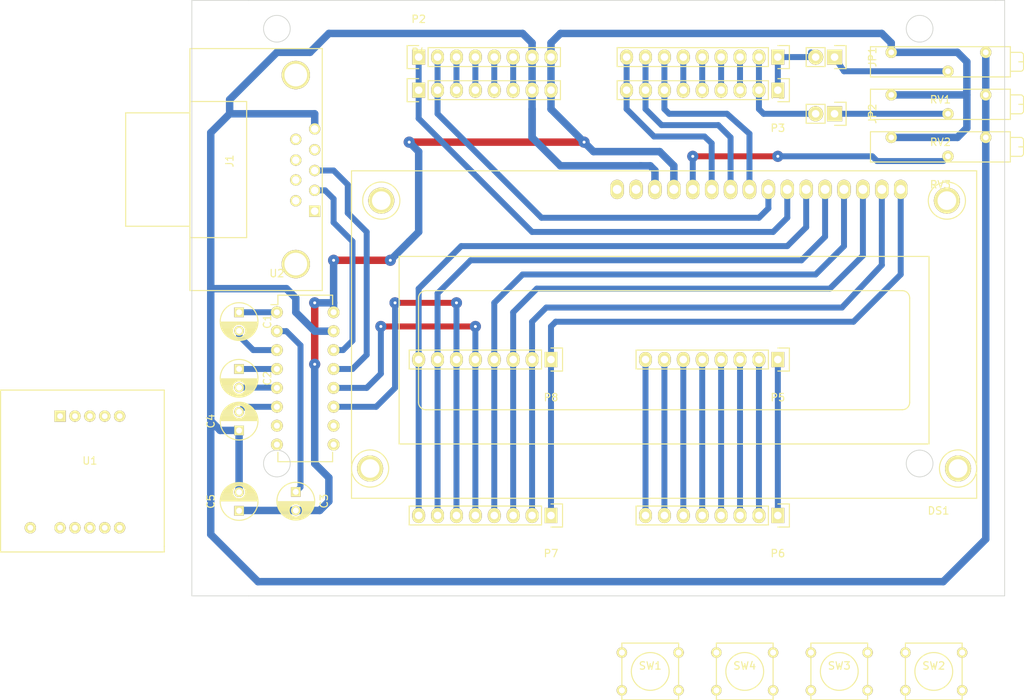
<source format=kicad_pcb>
(kicad_pcb (version 4) (host pcbnew "(2015-12-15 BZR 6377)-product")

  (general
    (links 88)
    (no_connects 14)
    (area 32.444999 53.289999 188.34 147.595001)
    (thickness 1.6)
    (drawings 15)
    (tracks 241)
    (zones 0)
    (modules 26)
    (nets 70)
  )

  (page A4)
  (layers
    (0 F.Cu signal)
    (31 B.Cu signal)
    (32 B.Adhes user)
    (33 F.Adhes user)
    (34 B.Paste user)
    (35 F.Paste user)
    (36 B.SilkS user)
    (37 F.SilkS user)
    (38 B.Mask user)
    (39 F.Mask user)
    (40 Dwgs.User user hide)
    (41 Cmts.User user)
    (42 Eco1.User user)
    (43 Eco2.User user)
    (44 Edge.Cuts user)
    (45 Margin user)
    (46 B.CrtYd user)
    (47 F.CrtYd user)
    (48 B.Fab user)
    (49 F.Fab user)
  )

  (setup
    (last_trace_width 0.8)
    (trace_clearance 0.2)
    (zone_clearance 0.508)
    (zone_45_only no)
    (trace_min 0.2)
    (segment_width 0.2)
    (edge_width 0.1)
    (via_size 1.5)
    (via_drill 0.4)
    (via_min_size 0.4)
    (via_min_drill 0.3)
    (uvia_size 0.3)
    (uvia_drill 0.1)
    (uvias_allowed no)
    (uvia_min_size 0.2)
    (uvia_min_drill 0.1)
    (pcb_text_width 0.3)
    (pcb_text_size 1.5 1.5)
    (mod_edge_width 0.15)
    (mod_text_size 1 1)
    (mod_text_width 0.15)
    (pad_size 1.5 1.5)
    (pad_drill 0.6)
    (pad_to_mask_clearance 0)
    (aux_axis_origin 138.43 106.68)
    (grid_origin 58.42 133.35)
    (visible_elements FFFFFF7F)
    (pcbplotparams
      (layerselection 0x00030_ffffffff)
      (usegerberextensions false)
      (excludeedgelayer true)
      (linewidth 0.100000)
      (plotframeref false)
      (viasonmask false)
      (mode 1)
      (useauxorigin false)
      (hpglpennumber 1)
      (hpglpenspeed 20)
      (hpglpendiameter 15)
      (hpglpenoverlay 2)
      (psnegative false)
      (psa4output false)
      (plotreference true)
      (plotvalue true)
      (plotinvisibletext false)
      (padsonsilk false)
      (subtractmaskfromsilk false)
      (outputformat 1)
      (mirror false)
      (drillshape 1)
      (scaleselection 1)
      (outputdirectory ""))
  )

  (net 0 "")
  (net 1 "Net-(C1-Pad1)")
  (net 2 "Net-(C1-Pad2)")
  (net 3 "Net-(C2-Pad1)")
  (net 4 +5V)
  (net 5 GND)
  (net 6 "Net-(C4-Pad2)")
  (net 7 "Net-(DS1-Pad3)")
  (net 8 RS)
  (net 9 R/W)
  (net 10 En)
  (net 11 /RD0)
  (net 12 /RD1)
  (net 13 /RD2)
  (net 14 /RD3)
  (net 15 /RD4)
  (net 16 /RD5)
  (net 17 /RD6)
  (net 18 /RD7)
  (net 19 "Net-(DS1-Pad15)")
  (net 20 "Net-(DS1-Pad16)")
  (net 21 "Net-(J1-Pad1)")
  (net 22 "Net-(J1-Pad2)")
  (net 23 "Net-(J1-Pad3)")
  (net 24 "Net-(J1-Pad4)")
  (net 25 "Net-(J1-Pad6)")
  (net 26 "Net-(J1-Pad7)")
  (net 27 "Net-(J1-Pad8)")
  (net 28 "Net-(J1-Pad9)")
  (net 29 "Net-(JP1-Pad1)")
  (net 30 /RA0)
  (net 31 "Net-(JP2-Pad1)")
  (net 32 /RA1)
  (net 33 /RB7)
  (net 34 /RB6)
  (net 35 /RB5)
  (net 36 /RB4)
  (net 37 /RB3)
  (net 38 /RB2)
  (net 39 /RB1)
  (net 40 /RB0)
  (net 41 /RA2)
  (net 42 /RA3)
  (net 43 /RA4)
  (net 44 /RA5)
  (net 45 /RE3)
  (net 46 /RC2)
  (net 47 /RC1)
  (net 48 /RC0)
  (net 49 RX)
  (net 50 TX)
  (net 51 "Net-(U1-Pad2)")
  (net 52 "Net-(U1-Pad3)")
  (net 53 "Net-(U1-Pad4)")
  (net 54 "Net-(U1-Pad5)")
  (net 55 "Net-(U1-Pad6)")
  (net 56 "Net-(U1-Pad7)")
  (net 57 "Net-(U1-Pad8)")
  (net 58 "Net-(U1-Pad9)")
  (net 59 "Net-(U1-Pad10)")
  (net 60 "Net-(U2-Pad7)")
  (net 61 "Net-(U2-Pad8)")
  (net 62 "Net-(U2-Pad9)")
  (net 63 "Net-(U2-Pad10)")
  (net 64 "Net-(C2-Pad2)")
  (net 65 "Net-(C3-Pad1)")
  (net 66 "Net-(R4-Pad2)")
  (net 67 "Net-(R3-Pad2)")
  (net 68 "Net-(R2-Pad2)")
  (net 69 "Net-(R1-Pad2)")

  (net_class Default "This is the default net class."
    (clearance 0.2)
    (trace_width 0.8)
    (via_dia 1.5)
    (via_drill 0.4)
    (uvia_dia 0.3)
    (uvia_drill 0.1)
    (add_net /RA0)
    (add_net /RA1)
    (add_net /RA2)
    (add_net /RA3)
    (add_net /RA4)
    (add_net /RA5)
    (add_net /RB0)
    (add_net /RB1)
    (add_net /RB2)
    (add_net /RB3)
    (add_net /RB4)
    (add_net /RB5)
    (add_net /RB6)
    (add_net /RB7)
    (add_net /RC0)
    (add_net /RC1)
    (add_net /RC2)
    (add_net /RD0)
    (add_net /RD1)
    (add_net /RD2)
    (add_net /RD3)
    (add_net /RD4)
    (add_net /RD5)
    (add_net /RD6)
    (add_net /RD7)
    (add_net /RE3)
    (add_net En)
    (add_net "Net-(C1-Pad1)")
    (add_net "Net-(C1-Pad2)")
    (add_net "Net-(C2-Pad1)")
    (add_net "Net-(C2-Pad2)")
    (add_net "Net-(C3-Pad1)")
    (add_net "Net-(C4-Pad2)")
    (add_net "Net-(DS1-Pad15)")
    (add_net "Net-(DS1-Pad16)")
    (add_net "Net-(DS1-Pad3)")
    (add_net "Net-(J1-Pad1)")
    (add_net "Net-(J1-Pad2)")
    (add_net "Net-(J1-Pad3)")
    (add_net "Net-(J1-Pad4)")
    (add_net "Net-(J1-Pad6)")
    (add_net "Net-(J1-Pad7)")
    (add_net "Net-(J1-Pad8)")
    (add_net "Net-(J1-Pad9)")
    (add_net "Net-(JP1-Pad1)")
    (add_net "Net-(JP2-Pad1)")
    (add_net "Net-(R1-Pad2)")
    (add_net "Net-(R2-Pad2)")
    (add_net "Net-(R3-Pad2)")
    (add_net "Net-(R4-Pad2)")
    (add_net "Net-(U1-Pad10)")
    (add_net "Net-(U1-Pad2)")
    (add_net "Net-(U1-Pad3)")
    (add_net "Net-(U1-Pad4)")
    (add_net "Net-(U1-Pad5)")
    (add_net "Net-(U1-Pad6)")
    (add_net "Net-(U1-Pad7)")
    (add_net "Net-(U1-Pad8)")
    (add_net "Net-(U1-Pad9)")
    (add_net "Net-(U2-Pad10)")
    (add_net "Net-(U2-Pad7)")
    (add_net "Net-(U2-Pad8)")
    (add_net "Net-(U2-Pad9)")
    (add_net R/W)
    (add_net RS)
    (add_net RX)
    (add_net TX)
  )

  (net_class Power ""
    (clearance 0.2)
    (trace_width 1)
    (via_dia 1.5)
    (via_drill 0.4)
    (uvia_dia 0.3)
    (uvia_drill 0.1)
    (add_net +5V)
    (add_net GND)
  )

  (module Display:RC1602A (layer F.Cu) (tedit 0) (tstamp 5671E9BB)
    (at 120.65 78.74 180)
    (descr http://www.raystar-optronics.com/down.php?ProID=18)
    (tags "LCD 16x2 Alphanumeric 16pin")
    (path /56644880)
    (fp_text reference DS1 (at -38.1 -43.18 180) (layer F.SilkS)
      (effects (font (size 1 1) (thickness 0.15)))
    )
    (fp_text value LCD16X2 (at 0 -21.59 180) (layer F.Fab)
      (effects (font (size 1 1) (thickness 0.15)))
    )
    (fp_line (start -34.2265 -14.60246) (end -34.2265 -28.60294) (layer F.SilkS) (width 0.15))
    (fp_line (start 30.77464 -13.60424) (end -33.22574 -13.60424) (layer F.SilkS) (width 0.15))
    (fp_line (start 31.77286 -28.60294) (end 31.77286 -14.60246) (layer F.SilkS) (width 0.15))
    (fp_line (start -33.22574 -29.6037) (end 30.77464 -29.6037) (layer F.SilkS) (width 0.15))
    (fp_arc (start 30.77464 -28.60294) (end 30.77464 -29.6037) (angle 90) (layer F.SilkS) (width 0.15))
    (fp_arc (start 30.77464 -14.60246) (end 31.77286 -14.60246) (angle 90) (layer F.SilkS) (width 0.15))
    (fp_arc (start -33.22574 -14.60246) (end -33.22574 -13.60424) (angle 90) (layer F.SilkS) (width 0.15))
    (fp_arc (start -33.22574 -28.60294) (end -34.2265 -28.60294) (angle 90) (layer F.SilkS) (width 0.15))
    (fp_line (start -36.82492 -34.20364) (end 34.37382 -34.20364) (layer F.SilkS) (width 0.15))
    (fp_line (start 34.37382 -34.20364) (end 34.37382 -9.0043) (layer F.SilkS) (width 0.15))
    (fp_line (start 34.37382 -9.0043) (end -36.82492 -9.0043) (layer F.SilkS) (width 0.15))
    (fp_line (start -36.82492 -9.0043) (end -36.82492 -34.20364) (layer F.SilkS) (width 0.15))
    (fp_circle (center -40.72636 -37.5031) (end -38.22446 -37.5031) (layer F.SilkS) (width 0.15))
    (fp_circle (center 38.27526 -37.5031) (end 40.77462 -37.5031) (layer F.SilkS) (width 0.15))
    (fp_circle (center 36.77412 -1.50368) (end 39.27348 -1.50368) (layer F.SilkS) (width 0.15))
    (fp_circle (center -39.22522 -1.50368) (end -36.72586 -1.50368) (layer F.SilkS) (width 0.15))
    (fp_line (start 40.77462 -41.5036) (end 40.77462 2.49682) (layer F.SilkS) (width 0.15))
    (fp_line (start 40.77462 2.49682) (end -43.22572 2.49682) (layer F.SilkS) (width 0.15))
    (fp_line (start 40.77462 -41.5036) (end -43.22572 -41.5036) (layer F.SilkS) (width 0.15))
    (fp_line (start -43.22572 -41.5036) (end -43.22572 2.49682) (layer F.SilkS) (width 0.15))
    (pad 1 thru_hole oval (at 0 0 180) (size 1.8 2.6) (drill 1.2) (layers *.Cu *.Mask F.SilkS)
      (net 5 GND))
    (pad 2 thru_hole oval (at -2.54 0 180) (size 1.8 2.6) (drill 1.2) (layers *.Cu *.Mask F.SilkS)
      (net 4 +5V))
    (pad 3 thru_hole oval (at -5.08 0 180) (size 1.8 2.6) (drill 1.2) (layers *.Cu *.Mask F.SilkS)
      (net 7 "Net-(DS1-Pad3)"))
    (pad 4 thru_hole oval (at -7.62 0 180) (size 1.8 2.6) (drill 1.2) (layers *.Cu *.Mask F.SilkS)
      (net 8 RS))
    (pad 5 thru_hole oval (at -10.16 0 180) (size 1.8 2.6) (drill 1.2) (layers *.Cu *.Mask F.SilkS)
      (net 9 R/W))
    (pad 6 thru_hole oval (at -12.7 0 180) (size 1.8 2.6) (drill 1.2) (layers *.Cu *.Mask F.SilkS)
      (net 10 En))
    (pad 7 thru_hole oval (at -15.24 0 180) (size 1.8 2.6) (drill 1.2) (layers *.Cu *.Mask F.SilkS)
      (net 11 /RD0))
    (pad 8 thru_hole oval (at -17.78 0 180) (size 1.8 2.6) (drill 1.2) (layers *.Cu *.Mask F.SilkS)
      (net 12 /RD1))
    (pad 9 thru_hole oval (at -20.32 0 180) (size 1.8 2.6) (drill 1.2) (layers *.Cu *.Mask F.SilkS)
      (net 13 /RD2))
    (pad 10 thru_hole oval (at -22.86 0 180) (size 1.8 2.6) (drill 1.2) (layers *.Cu *.Mask F.SilkS)
      (net 14 /RD3))
    (pad 11 thru_hole oval (at -25.4 0 180) (size 1.8 2.6) (drill 1.2) (layers *.Cu *.Mask F.SilkS)
      (net 15 /RD4))
    (pad 12 thru_hole oval (at -27.94 0 180) (size 1.8 2.6) (drill 1.2) (layers *.Cu *.Mask F.SilkS)
      (net 16 /RD5))
    (pad 13 thru_hole oval (at -30.48508 -0.00254 180) (size 1.8 2.6) (drill 1.2) (layers *.Cu *.Mask F.SilkS)
      (net 17 /RD6))
    (pad 14 thru_hole oval (at -33.02 0 180) (size 1.8 2.6) (drill 1.2) (layers *.Cu *.Mask F.SilkS)
      (net 18 /RD7))
    (pad 15 thru_hole oval (at 5.08 0 180) (size 1.8 2.6) (drill 1.2) (layers *.Cu *.Mask F.SilkS)
      (net 19 "Net-(DS1-Pad15)"))
    (pad 16 thru_hole oval (at 2.53492 -0.00254 180) (size 1.8 2.6) (drill 1.2) (layers *.Cu *.Mask F.SilkS)
      (net 20 "Net-(DS1-Pad16)"))
    (pad 0 thru_hole circle (at -39.22522 -1.50368 180) (size 3.5 3.5) (drill 2.5) (layers *.Cu *.Mask F.SilkS))
    (pad 0 thru_hole circle (at -40.72636 -37.5031 180) (size 3.5 3.5) (drill 2.5) (layers *.Cu *.Mask F.SilkS))
    (pad 0 thru_hole circle (at 38.27526 -37.5031 180) (size 3.5 3.5) (drill 2.5) (layers *.Cu *.Mask F.SilkS))
    (pad 0 thru_hole circle (at 36.77412 -1.50368 180) (size 3.5 3.5) (drill 2.5) (layers *.Cu *.Mask F.SilkS))
  )

  (module Connect:DB9FC (layer F.Cu) (tedit 0) (tstamp 5671E9D4)
    (at 73.66 76.2 90)
    (descr "Connecteur DB9 femelle couche")
    (tags "CONN DB9")
    (path /566448E1)
    (fp_text reference J1 (at 1.27 -10.16 90) (layer F.SilkS)
      (effects (font (size 1 1) (thickness 0.15)))
    )
    (fp_text value DB9 (at 1.27 -3.81 90) (layer F.Fab)
      (effects (font (size 1 1) (thickness 0.15)))
    )
    (fp_line (start -16.129 2.286) (end 16.383 2.286) (layer F.SilkS) (width 0.15))
    (fp_line (start 16.383 2.286) (end 16.383 -15.494) (layer F.SilkS) (width 0.15))
    (fp_line (start 16.383 -15.494) (end -16.129 -15.494) (layer F.SilkS) (width 0.15))
    (fp_line (start -16.129 -15.494) (end -16.129 2.286) (layer F.SilkS) (width 0.15))
    (fp_line (start -9.017 -15.494) (end -9.017 -7.874) (layer F.SilkS) (width 0.15))
    (fp_line (start -9.017 -7.874) (end 9.271 -7.874) (layer F.SilkS) (width 0.15))
    (fp_line (start 9.271 -7.874) (end 9.271 -15.494) (layer F.SilkS) (width 0.15))
    (fp_line (start -7.493 -15.494) (end -7.493 -24.13) (layer F.SilkS) (width 0.15))
    (fp_line (start -7.493 -24.13) (end 7.747 -24.13) (layer F.SilkS) (width 0.15))
    (fp_line (start 7.747 -24.13) (end 7.747 -15.494) (layer F.SilkS) (width 0.15))
    (pad "" thru_hole circle (at 12.827 -1.27 90) (size 3.81 3.81) (drill 3.048) (layers *.Cu *.Mask F.SilkS))
    (pad "" thru_hole circle (at -12.573 -1.27 90) (size 3.81 3.81) (drill 3.048) (layers *.Cu *.Mask F.SilkS))
    (pad 1 thru_hole rect (at -5.461 1.27 90) (size 1.524 1.524) (drill 1.016) (layers *.Cu *.Mask F.SilkS)
      (net 21 "Net-(J1-Pad1)"))
    (pad 2 thru_hole circle (at -2.667 1.27 90) (size 1.524 1.524) (drill 1.016) (layers *.Cu *.Mask F.SilkS)
      (net 22 "Net-(J1-Pad2)"))
    (pad 3 thru_hole circle (at 0 1.27 90) (size 1.524 1.524) (drill 1.016) (layers *.Cu *.Mask F.SilkS)
      (net 23 "Net-(J1-Pad3)"))
    (pad 4 thru_hole circle (at 2.794 1.27 90) (size 1.524 1.524) (drill 1.016) (layers *.Cu *.Mask F.SilkS)
      (net 24 "Net-(J1-Pad4)"))
    (pad 5 thru_hole circle (at 5.588 1.27 90) (size 1.524 1.524) (drill 1.016) (layers *.Cu *.Mask F.SilkS)
      (net 5 GND))
    (pad 6 thru_hole circle (at -4.064 -1.27 90) (size 1.524 1.524) (drill 1.016) (layers *.Cu *.Mask F.SilkS)
      (net 25 "Net-(J1-Pad6)"))
    (pad 7 thru_hole circle (at -1.27 -1.27 90) (size 1.524 1.524) (drill 1.016) (layers *.Cu *.Mask F.SilkS)
      (net 26 "Net-(J1-Pad7)"))
    (pad 8 thru_hole circle (at 1.397 -1.27 90) (size 1.524 1.524) (drill 1.016) (layers *.Cu *.Mask F.SilkS)
      (net 27 "Net-(J1-Pad8)"))
    (pad 9 thru_hole circle (at 4.191 -1.27 90) (size 1.524 1.524) (drill 1.016) (layers *.Cu *.Mask F.SilkS)
      (net 28 "Net-(J1-Pad9)"))
    (model Connect.3dshapes/DB9FC.wrl
      (at (xyz 0 0 0))
      (scale (xyz 1 1 1))
      (rotate (xyz 0 0 0))
    )
  )

  (module Capacitors_ThroughHole:C_Radial_D5_L6_P2.5 (layer F.Cu) (tedit 0) (tstamp 5671E8EF)
    (at 64.77 95.25 270)
    (descr "Radial Electrolytic Capacitor Diameter 5mm x Length 6mm, Pitch 2.5mm")
    (tags "Electrolytic Capacitor")
    (path /56644CF6)
    (fp_text reference C1 (at 1.25 -3.8 270) (layer F.SilkS)
      (effects (font (size 1 1) (thickness 0.15)))
    )
    (fp_text value 1uF (at 1.25 3.8 270) (layer F.Fab)
      (effects (font (size 1 1) (thickness 0.15)))
    )
    (fp_line (start 1.325 -2.499) (end 1.325 2.499) (layer F.SilkS) (width 0.15))
    (fp_line (start 1.465 -2.491) (end 1.465 2.491) (layer F.SilkS) (width 0.15))
    (fp_line (start 1.605 -2.475) (end 1.605 -0.095) (layer F.SilkS) (width 0.15))
    (fp_line (start 1.605 0.095) (end 1.605 2.475) (layer F.SilkS) (width 0.15))
    (fp_line (start 1.745 -2.451) (end 1.745 -0.49) (layer F.SilkS) (width 0.15))
    (fp_line (start 1.745 0.49) (end 1.745 2.451) (layer F.SilkS) (width 0.15))
    (fp_line (start 1.885 -2.418) (end 1.885 -0.657) (layer F.SilkS) (width 0.15))
    (fp_line (start 1.885 0.657) (end 1.885 2.418) (layer F.SilkS) (width 0.15))
    (fp_line (start 2.025 -2.377) (end 2.025 -0.764) (layer F.SilkS) (width 0.15))
    (fp_line (start 2.025 0.764) (end 2.025 2.377) (layer F.SilkS) (width 0.15))
    (fp_line (start 2.165 -2.327) (end 2.165 -0.835) (layer F.SilkS) (width 0.15))
    (fp_line (start 2.165 0.835) (end 2.165 2.327) (layer F.SilkS) (width 0.15))
    (fp_line (start 2.305 -2.266) (end 2.305 -0.879) (layer F.SilkS) (width 0.15))
    (fp_line (start 2.305 0.879) (end 2.305 2.266) (layer F.SilkS) (width 0.15))
    (fp_line (start 2.445 -2.196) (end 2.445 -0.898) (layer F.SilkS) (width 0.15))
    (fp_line (start 2.445 0.898) (end 2.445 2.196) (layer F.SilkS) (width 0.15))
    (fp_line (start 2.585 -2.114) (end 2.585 -0.896) (layer F.SilkS) (width 0.15))
    (fp_line (start 2.585 0.896) (end 2.585 2.114) (layer F.SilkS) (width 0.15))
    (fp_line (start 2.725 -2.019) (end 2.725 -0.871) (layer F.SilkS) (width 0.15))
    (fp_line (start 2.725 0.871) (end 2.725 2.019) (layer F.SilkS) (width 0.15))
    (fp_line (start 2.865 -1.908) (end 2.865 -0.823) (layer F.SilkS) (width 0.15))
    (fp_line (start 2.865 0.823) (end 2.865 1.908) (layer F.SilkS) (width 0.15))
    (fp_line (start 3.005 -1.78) (end 3.005 -0.745) (layer F.SilkS) (width 0.15))
    (fp_line (start 3.005 0.745) (end 3.005 1.78) (layer F.SilkS) (width 0.15))
    (fp_line (start 3.145 -1.631) (end 3.145 -0.628) (layer F.SilkS) (width 0.15))
    (fp_line (start 3.145 0.628) (end 3.145 1.631) (layer F.SilkS) (width 0.15))
    (fp_line (start 3.285 -1.452) (end 3.285 -0.44) (layer F.SilkS) (width 0.15))
    (fp_line (start 3.285 0.44) (end 3.285 1.452) (layer F.SilkS) (width 0.15))
    (fp_line (start 3.425 -1.233) (end 3.425 1.233) (layer F.SilkS) (width 0.15))
    (fp_line (start 3.565 -0.944) (end 3.565 0.944) (layer F.SilkS) (width 0.15))
    (fp_line (start 3.705 -0.472) (end 3.705 0.472) (layer F.SilkS) (width 0.15))
    (fp_circle (center 2.5 0) (end 2.5 -0.9) (layer F.SilkS) (width 0.15))
    (fp_circle (center 1.25 0) (end 1.25 -2.5375) (layer F.SilkS) (width 0.15))
    (fp_circle (center 1.25 0) (end 1.25 -2.8) (layer F.CrtYd) (width 0.05))
    (pad 1 thru_hole rect (at 0 0 270) (size 1.3 1.3) (drill 0.8) (layers *.Cu *.Mask F.SilkS)
      (net 1 "Net-(C1-Pad1)"))
    (pad 2 thru_hole circle (at 2.5 0 270) (size 1.3 1.3) (drill 0.8) (layers *.Cu *.Mask F.SilkS)
      (net 2 "Net-(C1-Pad2)"))
    (model Capacitors_ThroughHole.3dshapes/C_Radial_D5_L6_P2.5.wrl
      (at (xyz 0.0492126 0 0))
      (scale (xyz 1 1 1))
      (rotate (xyz 0 0 90))
    )
  )

  (module Capacitors_ThroughHole:C_Radial_D5_L6_P2.5 (layer F.Cu) (tedit 0) (tstamp 5671E917)
    (at 64.77 102.87 270)
    (descr "Radial Electrolytic Capacitor Diameter 5mm x Length 6mm, Pitch 2.5mm")
    (tags "Electrolytic Capacitor")
    (path /56644D07)
    (fp_text reference C2 (at 1.25 -3.8 270) (layer F.SilkS)
      (effects (font (size 1 1) (thickness 0.15)))
    )
    (fp_text value 1uF (at 1.25 3.8 270) (layer F.Fab)
      (effects (font (size 1 1) (thickness 0.15)))
    )
    (fp_line (start 1.325 -2.499) (end 1.325 2.499) (layer F.SilkS) (width 0.15))
    (fp_line (start 1.465 -2.491) (end 1.465 2.491) (layer F.SilkS) (width 0.15))
    (fp_line (start 1.605 -2.475) (end 1.605 -0.095) (layer F.SilkS) (width 0.15))
    (fp_line (start 1.605 0.095) (end 1.605 2.475) (layer F.SilkS) (width 0.15))
    (fp_line (start 1.745 -2.451) (end 1.745 -0.49) (layer F.SilkS) (width 0.15))
    (fp_line (start 1.745 0.49) (end 1.745 2.451) (layer F.SilkS) (width 0.15))
    (fp_line (start 1.885 -2.418) (end 1.885 -0.657) (layer F.SilkS) (width 0.15))
    (fp_line (start 1.885 0.657) (end 1.885 2.418) (layer F.SilkS) (width 0.15))
    (fp_line (start 2.025 -2.377) (end 2.025 -0.764) (layer F.SilkS) (width 0.15))
    (fp_line (start 2.025 0.764) (end 2.025 2.377) (layer F.SilkS) (width 0.15))
    (fp_line (start 2.165 -2.327) (end 2.165 -0.835) (layer F.SilkS) (width 0.15))
    (fp_line (start 2.165 0.835) (end 2.165 2.327) (layer F.SilkS) (width 0.15))
    (fp_line (start 2.305 -2.266) (end 2.305 -0.879) (layer F.SilkS) (width 0.15))
    (fp_line (start 2.305 0.879) (end 2.305 2.266) (layer F.SilkS) (width 0.15))
    (fp_line (start 2.445 -2.196) (end 2.445 -0.898) (layer F.SilkS) (width 0.15))
    (fp_line (start 2.445 0.898) (end 2.445 2.196) (layer F.SilkS) (width 0.15))
    (fp_line (start 2.585 -2.114) (end 2.585 -0.896) (layer F.SilkS) (width 0.15))
    (fp_line (start 2.585 0.896) (end 2.585 2.114) (layer F.SilkS) (width 0.15))
    (fp_line (start 2.725 -2.019) (end 2.725 -0.871) (layer F.SilkS) (width 0.15))
    (fp_line (start 2.725 0.871) (end 2.725 2.019) (layer F.SilkS) (width 0.15))
    (fp_line (start 2.865 -1.908) (end 2.865 -0.823) (layer F.SilkS) (width 0.15))
    (fp_line (start 2.865 0.823) (end 2.865 1.908) (layer F.SilkS) (width 0.15))
    (fp_line (start 3.005 -1.78) (end 3.005 -0.745) (layer F.SilkS) (width 0.15))
    (fp_line (start 3.005 0.745) (end 3.005 1.78) (layer F.SilkS) (width 0.15))
    (fp_line (start 3.145 -1.631) (end 3.145 -0.628) (layer F.SilkS) (width 0.15))
    (fp_line (start 3.145 0.628) (end 3.145 1.631) (layer F.SilkS) (width 0.15))
    (fp_line (start 3.285 -1.452) (end 3.285 -0.44) (layer F.SilkS) (width 0.15))
    (fp_line (start 3.285 0.44) (end 3.285 1.452) (layer F.SilkS) (width 0.15))
    (fp_line (start 3.425 -1.233) (end 3.425 1.233) (layer F.SilkS) (width 0.15))
    (fp_line (start 3.565 -0.944) (end 3.565 0.944) (layer F.SilkS) (width 0.15))
    (fp_line (start 3.705 -0.472) (end 3.705 0.472) (layer F.SilkS) (width 0.15))
    (fp_circle (center 2.5 0) (end 2.5 -0.9) (layer F.SilkS) (width 0.15))
    (fp_circle (center 1.25 0) (end 1.25 -2.5375) (layer F.SilkS) (width 0.15))
    (fp_circle (center 1.25 0) (end 1.25 -2.8) (layer F.CrtYd) (width 0.05))
    (pad 1 thru_hole rect (at 0 0 270) (size 1.3 1.3) (drill 0.8) (layers *.Cu *.Mask F.SilkS)
      (net 3 "Net-(C2-Pad1)"))
    (pad 2 thru_hole circle (at 2.5 0 270) (size 1.3 1.3) (drill 0.8) (layers *.Cu *.Mask F.SilkS)
      (net 64 "Net-(C2-Pad2)"))
    (model Capacitors_ThroughHole.3dshapes/C_Radial_D5_L6_P2.5.wrl
      (at (xyz 0.0492126 0 0))
      (scale (xyz 1 1 1))
      (rotate (xyz 0 0 90))
    )
  )

  (module Capacitors_ThroughHole:C_Radial_D5_L6_P2.5 (layer F.Cu) (tedit 0) (tstamp 5671E93F)
    (at 72.39 119.38 270)
    (descr "Radial Electrolytic Capacitor Diameter 5mm x Length 6mm, Pitch 2.5mm")
    (tags "Electrolytic Capacitor")
    (path /56644D16)
    (fp_text reference C3 (at 1.25 -3.8 270) (layer F.SilkS)
      (effects (font (size 1 1) (thickness 0.15)))
    )
    (fp_text value 1uF (at 1.25 3.8 270) (layer F.Fab)
      (effects (font (size 1 1) (thickness 0.15)))
    )
    (fp_line (start 1.325 -2.499) (end 1.325 2.499) (layer F.SilkS) (width 0.15))
    (fp_line (start 1.465 -2.491) (end 1.465 2.491) (layer F.SilkS) (width 0.15))
    (fp_line (start 1.605 -2.475) (end 1.605 -0.095) (layer F.SilkS) (width 0.15))
    (fp_line (start 1.605 0.095) (end 1.605 2.475) (layer F.SilkS) (width 0.15))
    (fp_line (start 1.745 -2.451) (end 1.745 -0.49) (layer F.SilkS) (width 0.15))
    (fp_line (start 1.745 0.49) (end 1.745 2.451) (layer F.SilkS) (width 0.15))
    (fp_line (start 1.885 -2.418) (end 1.885 -0.657) (layer F.SilkS) (width 0.15))
    (fp_line (start 1.885 0.657) (end 1.885 2.418) (layer F.SilkS) (width 0.15))
    (fp_line (start 2.025 -2.377) (end 2.025 -0.764) (layer F.SilkS) (width 0.15))
    (fp_line (start 2.025 0.764) (end 2.025 2.377) (layer F.SilkS) (width 0.15))
    (fp_line (start 2.165 -2.327) (end 2.165 -0.835) (layer F.SilkS) (width 0.15))
    (fp_line (start 2.165 0.835) (end 2.165 2.327) (layer F.SilkS) (width 0.15))
    (fp_line (start 2.305 -2.266) (end 2.305 -0.879) (layer F.SilkS) (width 0.15))
    (fp_line (start 2.305 0.879) (end 2.305 2.266) (layer F.SilkS) (width 0.15))
    (fp_line (start 2.445 -2.196) (end 2.445 -0.898) (layer F.SilkS) (width 0.15))
    (fp_line (start 2.445 0.898) (end 2.445 2.196) (layer F.SilkS) (width 0.15))
    (fp_line (start 2.585 -2.114) (end 2.585 -0.896) (layer F.SilkS) (width 0.15))
    (fp_line (start 2.585 0.896) (end 2.585 2.114) (layer F.SilkS) (width 0.15))
    (fp_line (start 2.725 -2.019) (end 2.725 -0.871) (layer F.SilkS) (width 0.15))
    (fp_line (start 2.725 0.871) (end 2.725 2.019) (layer F.SilkS) (width 0.15))
    (fp_line (start 2.865 -1.908) (end 2.865 -0.823) (layer F.SilkS) (width 0.15))
    (fp_line (start 2.865 0.823) (end 2.865 1.908) (layer F.SilkS) (width 0.15))
    (fp_line (start 3.005 -1.78) (end 3.005 -0.745) (layer F.SilkS) (width 0.15))
    (fp_line (start 3.005 0.745) (end 3.005 1.78) (layer F.SilkS) (width 0.15))
    (fp_line (start 3.145 -1.631) (end 3.145 -0.628) (layer F.SilkS) (width 0.15))
    (fp_line (start 3.145 0.628) (end 3.145 1.631) (layer F.SilkS) (width 0.15))
    (fp_line (start 3.285 -1.452) (end 3.285 -0.44) (layer F.SilkS) (width 0.15))
    (fp_line (start 3.285 0.44) (end 3.285 1.452) (layer F.SilkS) (width 0.15))
    (fp_line (start 3.425 -1.233) (end 3.425 1.233) (layer F.SilkS) (width 0.15))
    (fp_line (start 3.565 -0.944) (end 3.565 0.944) (layer F.SilkS) (width 0.15))
    (fp_line (start 3.705 -0.472) (end 3.705 0.472) (layer F.SilkS) (width 0.15))
    (fp_circle (center 2.5 0) (end 2.5 -0.9) (layer F.SilkS) (width 0.15))
    (fp_circle (center 1.25 0) (end 1.25 -2.5375) (layer F.SilkS) (width 0.15))
    (fp_circle (center 1.25 0) (end 1.25 -2.8) (layer F.CrtYd) (width 0.05))
    (pad 1 thru_hole rect (at 0 0 270) (size 1.3 1.3) (drill 0.8) (layers *.Cu *.Mask F.SilkS)
      (net 65 "Net-(C3-Pad1)"))
    (pad 2 thru_hole circle (at 2.5 0 270) (size 1.3 1.3) (drill 0.8) (layers *.Cu *.Mask F.SilkS)
      (net 4 +5V))
    (model Capacitors_ThroughHole.3dshapes/C_Radial_D5_L6_P2.5.wrl
      (at (xyz 0.0492126 0 0))
      (scale (xyz 1 1 1))
      (rotate (xyz 0 0 90))
    )
  )

  (module Capacitors_ThroughHole:C_Radial_D5_L6_P2.5 (layer F.Cu) (tedit 0) (tstamp 5671E967)
    (at 64.77 111.125 90)
    (descr "Radial Electrolytic Capacitor Diameter 5mm x Length 6mm, Pitch 2.5mm")
    (tags "Electrolytic Capacitor")
    (path /56644D25)
    (fp_text reference C4 (at 1.25 -3.8 90) (layer F.SilkS)
      (effects (font (size 1 1) (thickness 0.15)))
    )
    (fp_text value 1uF (at 1.25 3.8 90) (layer F.Fab)
      (effects (font (size 1 1) (thickness 0.15)))
    )
    (fp_line (start 1.325 -2.499) (end 1.325 2.499) (layer F.SilkS) (width 0.15))
    (fp_line (start 1.465 -2.491) (end 1.465 2.491) (layer F.SilkS) (width 0.15))
    (fp_line (start 1.605 -2.475) (end 1.605 -0.095) (layer F.SilkS) (width 0.15))
    (fp_line (start 1.605 0.095) (end 1.605 2.475) (layer F.SilkS) (width 0.15))
    (fp_line (start 1.745 -2.451) (end 1.745 -0.49) (layer F.SilkS) (width 0.15))
    (fp_line (start 1.745 0.49) (end 1.745 2.451) (layer F.SilkS) (width 0.15))
    (fp_line (start 1.885 -2.418) (end 1.885 -0.657) (layer F.SilkS) (width 0.15))
    (fp_line (start 1.885 0.657) (end 1.885 2.418) (layer F.SilkS) (width 0.15))
    (fp_line (start 2.025 -2.377) (end 2.025 -0.764) (layer F.SilkS) (width 0.15))
    (fp_line (start 2.025 0.764) (end 2.025 2.377) (layer F.SilkS) (width 0.15))
    (fp_line (start 2.165 -2.327) (end 2.165 -0.835) (layer F.SilkS) (width 0.15))
    (fp_line (start 2.165 0.835) (end 2.165 2.327) (layer F.SilkS) (width 0.15))
    (fp_line (start 2.305 -2.266) (end 2.305 -0.879) (layer F.SilkS) (width 0.15))
    (fp_line (start 2.305 0.879) (end 2.305 2.266) (layer F.SilkS) (width 0.15))
    (fp_line (start 2.445 -2.196) (end 2.445 -0.898) (layer F.SilkS) (width 0.15))
    (fp_line (start 2.445 0.898) (end 2.445 2.196) (layer F.SilkS) (width 0.15))
    (fp_line (start 2.585 -2.114) (end 2.585 -0.896) (layer F.SilkS) (width 0.15))
    (fp_line (start 2.585 0.896) (end 2.585 2.114) (layer F.SilkS) (width 0.15))
    (fp_line (start 2.725 -2.019) (end 2.725 -0.871) (layer F.SilkS) (width 0.15))
    (fp_line (start 2.725 0.871) (end 2.725 2.019) (layer F.SilkS) (width 0.15))
    (fp_line (start 2.865 -1.908) (end 2.865 -0.823) (layer F.SilkS) (width 0.15))
    (fp_line (start 2.865 0.823) (end 2.865 1.908) (layer F.SilkS) (width 0.15))
    (fp_line (start 3.005 -1.78) (end 3.005 -0.745) (layer F.SilkS) (width 0.15))
    (fp_line (start 3.005 0.745) (end 3.005 1.78) (layer F.SilkS) (width 0.15))
    (fp_line (start 3.145 -1.631) (end 3.145 -0.628) (layer F.SilkS) (width 0.15))
    (fp_line (start 3.145 0.628) (end 3.145 1.631) (layer F.SilkS) (width 0.15))
    (fp_line (start 3.285 -1.452) (end 3.285 -0.44) (layer F.SilkS) (width 0.15))
    (fp_line (start 3.285 0.44) (end 3.285 1.452) (layer F.SilkS) (width 0.15))
    (fp_line (start 3.425 -1.233) (end 3.425 1.233) (layer F.SilkS) (width 0.15))
    (fp_line (start 3.565 -0.944) (end 3.565 0.944) (layer F.SilkS) (width 0.15))
    (fp_line (start 3.705 -0.472) (end 3.705 0.472) (layer F.SilkS) (width 0.15))
    (fp_circle (center 2.5 0) (end 2.5 -0.9) (layer F.SilkS) (width 0.15))
    (fp_circle (center 1.25 0) (end 1.25 -2.5375) (layer F.SilkS) (width 0.15))
    (fp_circle (center 1.25 0) (end 1.25 -2.8) (layer F.CrtYd) (width 0.05))
    (pad 1 thru_hole rect (at 0 0 90) (size 1.3 1.3) (drill 0.8) (layers *.Cu *.Mask F.SilkS)
      (net 5 GND))
    (pad 2 thru_hole circle (at 2.5 0 90) (size 1.3 1.3) (drill 0.8) (layers *.Cu *.Mask F.SilkS)
      (net 6 "Net-(C4-Pad2)"))
    (model Capacitors_ThroughHole.3dshapes/C_Radial_D5_L6_P2.5.wrl
      (at (xyz 0.0492126 0 0))
      (scale (xyz 1 1 1))
      (rotate (xyz 0 0 90))
    )
  )

  (module Capacitors_ThroughHole:C_Radial_D5_L6_P2.5 (layer F.Cu) (tedit 0) (tstamp 5671E98F)
    (at 64.77 121.92 90)
    (descr "Radial Electrolytic Capacitor Diameter 5mm x Length 6mm, Pitch 2.5mm")
    (tags "Electrolytic Capacitor")
    (path /56644D34)
    (fp_text reference C5 (at 1.25 -3.8 90) (layer F.SilkS)
      (effects (font (size 1 1) (thickness 0.15)))
    )
    (fp_text value 10uF (at 1.25 3.8 90) (layer F.Fab)
      (effects (font (size 1 1) (thickness 0.15)))
    )
    (fp_line (start 1.325 -2.499) (end 1.325 2.499) (layer F.SilkS) (width 0.15))
    (fp_line (start 1.465 -2.491) (end 1.465 2.491) (layer F.SilkS) (width 0.15))
    (fp_line (start 1.605 -2.475) (end 1.605 -0.095) (layer F.SilkS) (width 0.15))
    (fp_line (start 1.605 0.095) (end 1.605 2.475) (layer F.SilkS) (width 0.15))
    (fp_line (start 1.745 -2.451) (end 1.745 -0.49) (layer F.SilkS) (width 0.15))
    (fp_line (start 1.745 0.49) (end 1.745 2.451) (layer F.SilkS) (width 0.15))
    (fp_line (start 1.885 -2.418) (end 1.885 -0.657) (layer F.SilkS) (width 0.15))
    (fp_line (start 1.885 0.657) (end 1.885 2.418) (layer F.SilkS) (width 0.15))
    (fp_line (start 2.025 -2.377) (end 2.025 -0.764) (layer F.SilkS) (width 0.15))
    (fp_line (start 2.025 0.764) (end 2.025 2.377) (layer F.SilkS) (width 0.15))
    (fp_line (start 2.165 -2.327) (end 2.165 -0.835) (layer F.SilkS) (width 0.15))
    (fp_line (start 2.165 0.835) (end 2.165 2.327) (layer F.SilkS) (width 0.15))
    (fp_line (start 2.305 -2.266) (end 2.305 -0.879) (layer F.SilkS) (width 0.15))
    (fp_line (start 2.305 0.879) (end 2.305 2.266) (layer F.SilkS) (width 0.15))
    (fp_line (start 2.445 -2.196) (end 2.445 -0.898) (layer F.SilkS) (width 0.15))
    (fp_line (start 2.445 0.898) (end 2.445 2.196) (layer F.SilkS) (width 0.15))
    (fp_line (start 2.585 -2.114) (end 2.585 -0.896) (layer F.SilkS) (width 0.15))
    (fp_line (start 2.585 0.896) (end 2.585 2.114) (layer F.SilkS) (width 0.15))
    (fp_line (start 2.725 -2.019) (end 2.725 -0.871) (layer F.SilkS) (width 0.15))
    (fp_line (start 2.725 0.871) (end 2.725 2.019) (layer F.SilkS) (width 0.15))
    (fp_line (start 2.865 -1.908) (end 2.865 -0.823) (layer F.SilkS) (width 0.15))
    (fp_line (start 2.865 0.823) (end 2.865 1.908) (layer F.SilkS) (width 0.15))
    (fp_line (start 3.005 -1.78) (end 3.005 -0.745) (layer F.SilkS) (width 0.15))
    (fp_line (start 3.005 0.745) (end 3.005 1.78) (layer F.SilkS) (width 0.15))
    (fp_line (start 3.145 -1.631) (end 3.145 -0.628) (layer F.SilkS) (width 0.15))
    (fp_line (start 3.145 0.628) (end 3.145 1.631) (layer F.SilkS) (width 0.15))
    (fp_line (start 3.285 -1.452) (end 3.285 -0.44) (layer F.SilkS) (width 0.15))
    (fp_line (start 3.285 0.44) (end 3.285 1.452) (layer F.SilkS) (width 0.15))
    (fp_line (start 3.425 -1.233) (end 3.425 1.233) (layer F.SilkS) (width 0.15))
    (fp_line (start 3.565 -0.944) (end 3.565 0.944) (layer F.SilkS) (width 0.15))
    (fp_line (start 3.705 -0.472) (end 3.705 0.472) (layer F.SilkS) (width 0.15))
    (fp_circle (center 2.5 0) (end 2.5 -0.9) (layer F.SilkS) (width 0.15))
    (fp_circle (center 1.25 0) (end 1.25 -2.5375) (layer F.SilkS) (width 0.15))
    (fp_circle (center 1.25 0) (end 1.25 -2.8) (layer F.CrtYd) (width 0.05))
    (pad 1 thru_hole rect (at 0 0 90) (size 1.3 1.3) (drill 0.8) (layers *.Cu *.Mask F.SilkS)
      (net 4 +5V))
    (pad 2 thru_hole circle (at 2.5 0 90) (size 1.3 1.3) (drill 0.8) (layers *.Cu *.Mask F.SilkS)
      (net 5 GND))
    (model Capacitors_ThroughHole.3dshapes/C_Radial_D5_L6_P2.5.wrl
      (at (xyz 0.0492126 0 0))
      (scale (xyz 1 1 1))
      (rotate (xyz 0 0 90))
    )
  )

  (module Pin_Headers:Pin_Header_Straight_1x02 (layer F.Cu) (tedit 54EA090C) (tstamp 5671E9E5)
    (at 144.78 60.96 270)
    (descr "Through hole pin header")
    (tags "pin header")
    (path /5664570D)
    (fp_text reference JP1 (at 0 -5.1 270) (layer F.SilkS)
      (effects (font (size 1 1) (thickness 0.15)))
    )
    (fp_text value JUMPER (at 0 -3.1 270) (layer F.Fab)
      (effects (font (size 1 1) (thickness 0.15)))
    )
    (fp_line (start 1.27 1.27) (end 1.27 3.81) (layer F.SilkS) (width 0.15))
    (fp_line (start 1.55 -1.55) (end 1.55 0) (layer F.SilkS) (width 0.15))
    (fp_line (start -1.75 -1.75) (end -1.75 4.3) (layer F.CrtYd) (width 0.05))
    (fp_line (start 1.75 -1.75) (end 1.75 4.3) (layer F.CrtYd) (width 0.05))
    (fp_line (start -1.75 -1.75) (end 1.75 -1.75) (layer F.CrtYd) (width 0.05))
    (fp_line (start -1.75 4.3) (end 1.75 4.3) (layer F.CrtYd) (width 0.05))
    (fp_line (start 1.27 1.27) (end -1.27 1.27) (layer F.SilkS) (width 0.15))
    (fp_line (start -1.55 0) (end -1.55 -1.55) (layer F.SilkS) (width 0.15))
    (fp_line (start -1.55 -1.55) (end 1.55 -1.55) (layer F.SilkS) (width 0.15))
    (fp_line (start -1.27 1.27) (end -1.27 3.81) (layer F.SilkS) (width 0.15))
    (fp_line (start -1.27 3.81) (end 1.27 3.81) (layer F.SilkS) (width 0.15))
    (pad 1 thru_hole rect (at 0 0 270) (size 2.032 2.032) (drill 1.016) (layers *.Cu *.Mask F.SilkS)
      (net 29 "Net-(JP1-Pad1)"))
    (pad 2 thru_hole oval (at 0 2.54 270) (size 2.032 2.032) (drill 1.016) (layers *.Cu *.Mask F.SilkS)
      (net 30 /RA0))
    (model Pin_Headers.3dshapes/Pin_Header_Straight_1x02.wrl
      (at (xyz 0 -0.05 0))
      (scale (xyz 1 1 1))
      (rotate (xyz 0 0 90))
    )
  )

  (module Pin_Headers:Pin_Header_Straight_1x02 (layer F.Cu) (tedit 54EA090C) (tstamp 5671E9F6)
    (at 144.78 68.58 270)
    (descr "Through hole pin header")
    (tags "pin header")
    (path /56645757)
    (fp_text reference JP2 (at 0 -5.1 270) (layer F.SilkS)
      (effects (font (size 1 1) (thickness 0.15)))
    )
    (fp_text value JUMPER (at 0 -3.1 270) (layer F.Fab)
      (effects (font (size 1 1) (thickness 0.15)))
    )
    (fp_line (start 1.27 1.27) (end 1.27 3.81) (layer F.SilkS) (width 0.15))
    (fp_line (start 1.55 -1.55) (end 1.55 0) (layer F.SilkS) (width 0.15))
    (fp_line (start -1.75 -1.75) (end -1.75 4.3) (layer F.CrtYd) (width 0.05))
    (fp_line (start 1.75 -1.75) (end 1.75 4.3) (layer F.CrtYd) (width 0.05))
    (fp_line (start -1.75 -1.75) (end 1.75 -1.75) (layer F.CrtYd) (width 0.05))
    (fp_line (start -1.75 4.3) (end 1.75 4.3) (layer F.CrtYd) (width 0.05))
    (fp_line (start 1.27 1.27) (end -1.27 1.27) (layer F.SilkS) (width 0.15))
    (fp_line (start -1.55 0) (end -1.55 -1.55) (layer F.SilkS) (width 0.15))
    (fp_line (start -1.55 -1.55) (end 1.55 -1.55) (layer F.SilkS) (width 0.15))
    (fp_line (start -1.27 1.27) (end -1.27 3.81) (layer F.SilkS) (width 0.15))
    (fp_line (start -1.27 3.81) (end 1.27 3.81) (layer F.SilkS) (width 0.15))
    (pad 1 thru_hole rect (at 0 0 270) (size 2.032 2.032) (drill 1.016) (layers *.Cu *.Mask F.SilkS)
      (net 31 "Net-(JP2-Pad1)"))
    (pad 2 thru_hole oval (at 0 2.54 270) (size 2.032 2.032) (drill 1.016) (layers *.Cu *.Mask F.SilkS)
      (net 32 /RA1))
    (model Pin_Headers.3dshapes/Pin_Header_Straight_1x02.wrl
      (at (xyz 0 -0.05 0))
      (scale (xyz 1 1 1))
      (rotate (xyz 0 0 90))
    )
  )

  (module Socket_Strips:Socket_Strip_Straight_1x09 (layer F.Cu) (tedit 0) (tstamp 5671EA3C)
    (at 137.16 65.405 180)
    (descr "Through hole socket strip")
    (tags "socket strip")
    (path /56647247)
    (fp_text reference P3 (at 0 -5.1 180) (layer F.SilkS)
      (effects (font (size 1 1) (thickness 0.15)))
    )
    (fp_text value CONN_9 (at 0 -3.1 180) (layer F.Fab)
      (effects (font (size 1 1) (thickness 0.15)))
    )
    (fp_line (start -1.75 -1.75) (end -1.75 1.75) (layer F.CrtYd) (width 0.05))
    (fp_line (start 22.1 -1.75) (end 22.1 1.75) (layer F.CrtYd) (width 0.05))
    (fp_line (start -1.75 -1.75) (end 22.1 -1.75) (layer F.CrtYd) (width 0.05))
    (fp_line (start -1.75 1.75) (end 22.1 1.75) (layer F.CrtYd) (width 0.05))
    (fp_line (start 1.27 1.27) (end 21.59 1.27) (layer F.SilkS) (width 0.15))
    (fp_line (start 21.59 1.27) (end 21.59 -1.27) (layer F.SilkS) (width 0.15))
    (fp_line (start 21.59 -1.27) (end 1.27 -1.27) (layer F.SilkS) (width 0.15))
    (fp_line (start -1.55 1.55) (end 0 1.55) (layer F.SilkS) (width 0.15))
    (fp_line (start 1.27 1.27) (end 1.27 -1.27) (layer F.SilkS) (width 0.15))
    (fp_line (start 0 -1.55) (end -1.55 -1.55) (layer F.SilkS) (width 0.15))
    (fp_line (start -1.55 -1.55) (end -1.55 1.55) (layer F.SilkS) (width 0.15))
    (pad 1 thru_hole rect (at 0 0 180) (size 1.7272 2.032) (drill 1.016) (layers *.Cu *.Mask F.SilkS)
      (net 30 /RA0))
    (pad 2 thru_hole oval (at 2.54 0 180) (size 1.7272 2.032) (drill 1.016) (layers *.Cu *.Mask F.SilkS)
      (net 32 /RA1))
    (pad 3 thru_hole oval (at 5.08 0 180) (size 1.7272 2.032) (drill 1.016) (layers *.Cu *.Mask F.SilkS)
      (net 41 /RA2))
    (pad 4 thru_hole oval (at 7.62 0 180) (size 1.7272 2.032) (drill 1.016) (layers *.Cu *.Mask F.SilkS)
      (net 42 /RA3))
    (pad 5 thru_hole oval (at 10.16 0 180) (size 1.7272 2.032) (drill 1.016) (layers *.Cu *.Mask F.SilkS)
      (net 43 /RA4))
    (pad 6 thru_hole oval (at 12.7 0 180) (size 1.7272 2.032) (drill 1.016) (layers *.Cu *.Mask F.SilkS)
      (net 44 /RA5))
    (pad 7 thru_hole oval (at 15.24 0 180) (size 1.7272 2.032) (drill 1.016) (layers *.Cu *.Mask F.SilkS)
      (net 10 En))
    (pad 8 thru_hole oval (at 17.78 0 180) (size 1.7272 2.032) (drill 1.016) (layers *.Cu *.Mask F.SilkS)
      (net 9 R/W))
    (pad 9 thru_hole oval (at 20.32 0 180) (size 1.7272 2.032) (drill 1.016) (layers *.Cu *.Mask F.SilkS)
      (net 8 RS))
    (model Socket_Strips.3dshapes/Socket_Strip_Straight_1x09.wrl
      (at (xyz 0.4 0 0))
      (scale (xyz 1 1 1))
      (rotate (xyz 0 0 180))
    )
  )

  (module Socket_Strips:Socket_Strip_Straight_1x08 (layer F.Cu) (tedit 0) (tstamp 5671EA6B)
    (at 137.16 101.6 180)
    (descr "Through hole socket strip")
    (tags "socket strip")
    (path /56645AF8)
    (fp_text reference P5 (at 0 -5.1 180) (layer F.SilkS)
      (effects (font (size 1 1) (thickness 0.15)))
    )
    (fp_text value CONN_8 (at 0 -3.1 180) (layer F.Fab)
      (effects (font (size 1 1) (thickness 0.15)))
    )
    (fp_line (start -1.75 -1.75) (end -1.75 1.75) (layer F.CrtYd) (width 0.05))
    (fp_line (start 19.55 -1.75) (end 19.55 1.75) (layer F.CrtYd) (width 0.05))
    (fp_line (start -1.75 -1.75) (end 19.55 -1.75) (layer F.CrtYd) (width 0.05))
    (fp_line (start -1.75 1.75) (end 19.55 1.75) (layer F.CrtYd) (width 0.05))
    (fp_line (start 1.27 1.27) (end 19.05 1.27) (layer F.SilkS) (width 0.15))
    (fp_line (start 19.05 1.27) (end 19.05 -1.27) (layer F.SilkS) (width 0.15))
    (fp_line (start 19.05 -1.27) (end 1.27 -1.27) (layer F.SilkS) (width 0.15))
    (fp_line (start -1.55 1.55) (end 0 1.55) (layer F.SilkS) (width 0.15))
    (fp_line (start 1.27 1.27) (end 1.27 -1.27) (layer F.SilkS) (width 0.15))
    (fp_line (start 0 -1.55) (end -1.55 -1.55) (layer F.SilkS) (width 0.15))
    (fp_line (start -1.55 -1.55) (end -1.55 1.55) (layer F.SilkS) (width 0.15))
    (pad 1 thru_hole rect (at 0 0 180) (size 1.7272 2.032) (drill 1.016) (layers *.Cu *.Mask F.SilkS)
      (net 33 /RB7))
    (pad 2 thru_hole oval (at 2.54 0 180) (size 1.7272 2.032) (drill 1.016) (layers *.Cu *.Mask F.SilkS)
      (net 34 /RB6))
    (pad 3 thru_hole oval (at 5.08 0 180) (size 1.7272 2.032) (drill 1.016) (layers *.Cu *.Mask F.SilkS)
      (net 35 /RB5))
    (pad 4 thru_hole oval (at 7.62 0 180) (size 1.7272 2.032) (drill 1.016) (layers *.Cu *.Mask F.SilkS)
      (net 36 /RB4))
    (pad 5 thru_hole oval (at 10.16 0 180) (size 1.7272 2.032) (drill 1.016) (layers *.Cu *.Mask F.SilkS)
      (net 37 /RB3))
    (pad 6 thru_hole oval (at 12.7 0 180) (size 1.7272 2.032) (drill 1.016) (layers *.Cu *.Mask F.SilkS)
      (net 38 /RB2))
    (pad 7 thru_hole oval (at 15.24 0 180) (size 1.7272 2.032) (drill 1.016) (layers *.Cu *.Mask F.SilkS)
      (net 39 /RB1))
    (pad 8 thru_hole oval (at 17.78 0 180) (size 1.7272 2.032) (drill 1.016) (layers *.Cu *.Mask F.SilkS)
      (net 40 /RB0))
    (model Socket_Strips.3dshapes/Socket_Strip_Straight_1x08.wrl
      (at (xyz 0.35 0 0))
      (scale (xyz 1 1 1))
      (rotate (xyz 0 0 180))
    )
  )

  (module Socket_Strips:Socket_Strip_Straight_1x08 (layer F.Cu) (tedit 0) (tstamp 5671EA82)
    (at 137.16 122.555 180)
    (descr "Through hole socket strip")
    (tags "socket strip")
    (path /56648303)
    (fp_text reference P6 (at 0 -5.1 180) (layer F.SilkS)
      (effects (font (size 1 1) (thickness 0.15)))
    )
    (fp_text value CONN_8 (at 0 -3.1 180) (layer F.Fab)
      (effects (font (size 1 1) (thickness 0.15)))
    )
    (fp_line (start -1.75 -1.75) (end -1.75 1.75) (layer F.CrtYd) (width 0.05))
    (fp_line (start 19.55 -1.75) (end 19.55 1.75) (layer F.CrtYd) (width 0.05))
    (fp_line (start -1.75 -1.75) (end 19.55 -1.75) (layer F.CrtYd) (width 0.05))
    (fp_line (start -1.75 1.75) (end 19.55 1.75) (layer F.CrtYd) (width 0.05))
    (fp_line (start 1.27 1.27) (end 19.05 1.27) (layer F.SilkS) (width 0.15))
    (fp_line (start 19.05 1.27) (end 19.05 -1.27) (layer F.SilkS) (width 0.15))
    (fp_line (start 19.05 -1.27) (end 1.27 -1.27) (layer F.SilkS) (width 0.15))
    (fp_line (start -1.55 1.55) (end 0 1.55) (layer F.SilkS) (width 0.15))
    (fp_line (start 1.27 1.27) (end 1.27 -1.27) (layer F.SilkS) (width 0.15))
    (fp_line (start 0 -1.55) (end -1.55 -1.55) (layer F.SilkS) (width 0.15))
    (fp_line (start -1.55 -1.55) (end -1.55 1.55) (layer F.SilkS) (width 0.15))
    (pad 1 thru_hole rect (at 0 0 180) (size 1.7272 2.032) (drill 1.016) (layers *.Cu *.Mask F.SilkS)
      (net 33 /RB7))
    (pad 2 thru_hole oval (at 2.54 0 180) (size 1.7272 2.032) (drill 1.016) (layers *.Cu *.Mask F.SilkS)
      (net 34 /RB6))
    (pad 3 thru_hole oval (at 5.08 0 180) (size 1.7272 2.032) (drill 1.016) (layers *.Cu *.Mask F.SilkS)
      (net 35 /RB5))
    (pad 4 thru_hole oval (at 7.62 0 180) (size 1.7272 2.032) (drill 1.016) (layers *.Cu *.Mask F.SilkS)
      (net 36 /RB4))
    (pad 5 thru_hole oval (at 10.16 0 180) (size 1.7272 2.032) (drill 1.016) (layers *.Cu *.Mask F.SilkS)
      (net 37 /RB3))
    (pad 6 thru_hole oval (at 12.7 0 180) (size 1.7272 2.032) (drill 1.016) (layers *.Cu *.Mask F.SilkS)
      (net 38 /RB2))
    (pad 7 thru_hole oval (at 15.24 0 180) (size 1.7272 2.032) (drill 1.016) (layers *.Cu *.Mask F.SilkS)
      (net 39 /RB1))
    (pad 8 thru_hole oval (at 17.78 0 180) (size 1.7272 2.032) (drill 1.016) (layers *.Cu *.Mask F.SilkS)
      (net 40 /RB0))
    (model Socket_Strips.3dshapes/Socket_Strip_Straight_1x08.wrl
      (at (xyz 0.35 0 0))
      (scale (xyz 1 1 1))
      (rotate (xyz 0 0 180))
    )
  )

  (module Socket_Strips:Socket_Strip_Straight_1x08 (layer F.Cu) (tedit 0) (tstamp 5671EA99)
    (at 106.68 122.555 180)
    (descr "Through hole socket strip")
    (tags "socket strip")
    (path /566479E7)
    (fp_text reference P7 (at 0 -5.1 180) (layer F.SilkS)
      (effects (font (size 1 1) (thickness 0.15)))
    )
    (fp_text value CONN_8 (at 0 -3.1 180) (layer F.Fab)
      (effects (font (size 1 1) (thickness 0.15)))
    )
    (fp_line (start -1.75 -1.75) (end -1.75 1.75) (layer F.CrtYd) (width 0.05))
    (fp_line (start 19.55 -1.75) (end 19.55 1.75) (layer F.CrtYd) (width 0.05))
    (fp_line (start -1.75 -1.75) (end 19.55 -1.75) (layer F.CrtYd) (width 0.05))
    (fp_line (start -1.75 1.75) (end 19.55 1.75) (layer F.CrtYd) (width 0.05))
    (fp_line (start 1.27 1.27) (end 19.05 1.27) (layer F.SilkS) (width 0.15))
    (fp_line (start 19.05 1.27) (end 19.05 -1.27) (layer F.SilkS) (width 0.15))
    (fp_line (start 19.05 -1.27) (end 1.27 -1.27) (layer F.SilkS) (width 0.15))
    (fp_line (start -1.55 1.55) (end 0 1.55) (layer F.SilkS) (width 0.15))
    (fp_line (start 1.27 1.27) (end 1.27 -1.27) (layer F.SilkS) (width 0.15))
    (fp_line (start 0 -1.55) (end -1.55 -1.55) (layer F.SilkS) (width 0.15))
    (fp_line (start -1.55 -1.55) (end -1.55 1.55) (layer F.SilkS) (width 0.15))
    (pad 1 thru_hole rect (at 0 0 180) (size 1.7272 2.032) (drill 1.016) (layers *.Cu *.Mask F.SilkS)
      (net 18 /RD7))
    (pad 2 thru_hole oval (at 2.54 0 180) (size 1.7272 2.032) (drill 1.016) (layers *.Cu *.Mask F.SilkS)
      (net 17 /RD6))
    (pad 3 thru_hole oval (at 5.08 0 180) (size 1.7272 2.032) (drill 1.016) (layers *.Cu *.Mask F.SilkS)
      (net 16 /RD5))
    (pad 4 thru_hole oval (at 7.62 0 180) (size 1.7272 2.032) (drill 1.016) (layers *.Cu *.Mask F.SilkS)
      (net 15 /RD4))
    (pad 5 thru_hole oval (at 10.16 0 180) (size 1.7272 2.032) (drill 1.016) (layers *.Cu *.Mask F.SilkS)
      (net 49 RX))
    (pad 6 thru_hole oval (at 12.7 0 180) (size 1.7272 2.032) (drill 1.016) (layers *.Cu *.Mask F.SilkS)
      (net 50 TX))
    (pad 7 thru_hole oval (at 15.24 0 180) (size 1.7272 2.032) (drill 1.016) (layers *.Cu *.Mask F.SilkS)
      (net 14 /RD3))
    (pad 8 thru_hole oval (at 17.78 0 180) (size 1.7272 2.032) (drill 1.016) (layers *.Cu *.Mask F.SilkS)
      (net 13 /RD2))
    (model Socket_Strips.3dshapes/Socket_Strip_Straight_1x08.wrl
      (at (xyz 0.35 0 0))
      (scale (xyz 1 1 1))
      (rotate (xyz 0 0 180))
    )
  )

  (module Socket_Strips:Socket_Strip_Straight_1x08 (layer F.Cu) (tedit 0) (tstamp 5671EAB0)
    (at 106.68 101.6 180)
    (descr "Through hole socket strip")
    (tags "socket strip")
    (path /56648383)
    (fp_text reference P8 (at 0 -5.1 180) (layer F.SilkS)
      (effects (font (size 1 1) (thickness 0.15)))
    )
    (fp_text value CONN_8 (at 0 -3.1 180) (layer F.Fab)
      (effects (font (size 1 1) (thickness 0.15)))
    )
    (fp_line (start -1.75 -1.75) (end -1.75 1.75) (layer F.CrtYd) (width 0.05))
    (fp_line (start 19.55 -1.75) (end 19.55 1.75) (layer F.CrtYd) (width 0.05))
    (fp_line (start -1.75 -1.75) (end 19.55 -1.75) (layer F.CrtYd) (width 0.05))
    (fp_line (start -1.75 1.75) (end 19.55 1.75) (layer F.CrtYd) (width 0.05))
    (fp_line (start 1.27 1.27) (end 19.05 1.27) (layer F.SilkS) (width 0.15))
    (fp_line (start 19.05 1.27) (end 19.05 -1.27) (layer F.SilkS) (width 0.15))
    (fp_line (start 19.05 -1.27) (end 1.27 -1.27) (layer F.SilkS) (width 0.15))
    (fp_line (start -1.55 1.55) (end 0 1.55) (layer F.SilkS) (width 0.15))
    (fp_line (start 1.27 1.27) (end 1.27 -1.27) (layer F.SilkS) (width 0.15))
    (fp_line (start 0 -1.55) (end -1.55 -1.55) (layer F.SilkS) (width 0.15))
    (fp_line (start -1.55 -1.55) (end -1.55 1.55) (layer F.SilkS) (width 0.15))
    (pad 1 thru_hole rect (at 0 0 180) (size 1.7272 2.032) (drill 1.016) (layers *.Cu *.Mask F.SilkS)
      (net 18 /RD7))
    (pad 2 thru_hole oval (at 2.54 0 180) (size 1.7272 2.032) (drill 1.016) (layers *.Cu *.Mask F.SilkS)
      (net 17 /RD6))
    (pad 3 thru_hole oval (at 5.08 0 180) (size 1.7272 2.032) (drill 1.016) (layers *.Cu *.Mask F.SilkS)
      (net 16 /RD5))
    (pad 4 thru_hole oval (at 7.62 0 180) (size 1.7272 2.032) (drill 1.016) (layers *.Cu *.Mask F.SilkS)
      (net 15 /RD4))
    (pad 5 thru_hole oval (at 10.16 0 180) (size 1.7272 2.032) (drill 1.016) (layers *.Cu *.Mask F.SilkS)
      (net 49 RX))
    (pad 6 thru_hole oval (at 12.7 0 180) (size 1.7272 2.032) (drill 1.016) (layers *.Cu *.Mask F.SilkS)
      (net 50 TX))
    (pad 7 thru_hole oval (at 15.24 0 180) (size 1.7272 2.032) (drill 1.016) (layers *.Cu *.Mask F.SilkS)
      (net 14 /RD3))
    (pad 8 thru_hole oval (at 17.78 0 180) (size 1.7272 2.032) (drill 1.016) (layers *.Cu *.Mask F.SilkS)
      (net 13 /RD2))
    (model Socket_Strips.3dshapes/Socket_Strip_Straight_1x08.wrl
      (at (xyz 0.35 0 0))
      (scale (xyz 1 1 1))
      (rotate (xyz 0 0 180))
    )
  )

  (module Potentiometers:Potentiometer_Bourns_3005_Angular_ScrewFront (layer F.Cu) (tedit 54144ECC) (tstamp 5671EAC2)
    (at 152.4 60.325 180)
    (descr "3/4, Rectangular, Trimpot, Trimming, Potentiometer, Bourns, 3005")
    (tags "3/4, Rectangular, Trimpot, Trimming, Potentiometer, 3005")
    (path /5664508A)
    (fp_text reference RV1 (at -6.604 -6.35 180) (layer F.SilkS)
      (effects (font (size 1 1) (thickness 0.15)))
    )
    (fp_text value 10K (at -6.604 3.81 180) (layer F.Fab)
      (effects (font (size 1 1) (thickness 0.15)))
    )
    (fp_line (start -17.526 -2.54) (end -17.78 -2.286) (layer F.SilkS) (width 0.15))
    (fp_line (start -17.78 -2.286) (end -17.78 -1.27) (layer F.SilkS) (width 0.15))
    (fp_line (start -17.78 -1.27) (end -17.78 -0.254) (layer F.SilkS) (width 0.15))
    (fp_line (start -17.78 -0.254) (end -17.526 0) (layer F.SilkS) (width 0.15))
    (fp_line (start -16.129 -2.54) (end -17.399 -2.54) (layer F.SilkS) (width 0.15))
    (fp_line (start -16.129 0) (end -17.399 0) (layer F.SilkS) (width 0.15))
    (fp_line (start -17.653 -1.27) (end -17.145 -1.27) (layer F.SilkS) (width 0.15))
    (fp_line (start -16.002 0.762) (end -16.002 -3.302) (layer F.SilkS) (width 0.15))
    (fp_line (start 2.794 0.762) (end 2.794 -3.302) (layer F.SilkS) (width 0.15))
    (fp_line (start -16.002 0.762) (end 2.794 0.762) (layer F.SilkS) (width 0.15))
    (fp_line (start 2.794 -3.302) (end -16.002 -3.302) (layer F.SilkS) (width 0.15))
    (pad 3 thru_hole circle (at -12.7 0 180) (size 1.524 1.524) (drill 0.762) (layers *.Cu *.Mask F.SilkS)
      (net 5 GND))
    (pad 2 thru_hole circle (at -7.62 -2.54 180) (size 1.524 1.524) (drill 0.762) (layers *.Cu *.Mask F.SilkS)
      (net 29 "Net-(JP1-Pad1)"))
    (pad 1 thru_hole circle (at 0 0 180) (size 1.524 1.524) (drill 0.762) (layers *.Cu *.Mask F.SilkS)
      (net 4 +5V))
    (model Potentiometers.3dshapes/Potentiometer_Bourns_3005_Angular_ScrewFront.wrl
      (at (xyz 0 0 0))
      (scale (xyz 1 1 1))
      (rotate (xyz 0 0 0))
    )
  )

  (module Potentiometers:Potentiometer_Bourns_3005_Angular_ScrewFront (layer F.Cu) (tedit 54144ECC) (tstamp 5671EAD4)
    (at 152.4 66.04 180)
    (descr "3/4, Rectangular, Trimpot, Trimming, Potentiometer, Bourns, 3005")
    (tags "3/4, Rectangular, Trimpot, Trimming, Potentiometer, 3005")
    (path /56645751)
    (fp_text reference RV2 (at -6.604 -6.35 180) (layer F.SilkS)
      (effects (font (size 1 1) (thickness 0.15)))
    )
    (fp_text value 10K (at -6.604 3.81 180) (layer F.Fab)
      (effects (font (size 1 1) (thickness 0.15)))
    )
    (fp_line (start -17.526 -2.54) (end -17.78 -2.286) (layer F.SilkS) (width 0.15))
    (fp_line (start -17.78 -2.286) (end -17.78 -1.27) (layer F.SilkS) (width 0.15))
    (fp_line (start -17.78 -1.27) (end -17.78 -0.254) (layer F.SilkS) (width 0.15))
    (fp_line (start -17.78 -0.254) (end -17.526 0) (layer F.SilkS) (width 0.15))
    (fp_line (start -16.129 -2.54) (end -17.399 -2.54) (layer F.SilkS) (width 0.15))
    (fp_line (start -16.129 0) (end -17.399 0) (layer F.SilkS) (width 0.15))
    (fp_line (start -17.653 -1.27) (end -17.145 -1.27) (layer F.SilkS) (width 0.15))
    (fp_line (start -16.002 0.762) (end -16.002 -3.302) (layer F.SilkS) (width 0.15))
    (fp_line (start 2.794 0.762) (end 2.794 -3.302) (layer F.SilkS) (width 0.15))
    (fp_line (start -16.002 0.762) (end 2.794 0.762) (layer F.SilkS) (width 0.15))
    (fp_line (start 2.794 -3.302) (end -16.002 -3.302) (layer F.SilkS) (width 0.15))
    (pad 3 thru_hole circle (at -12.7 0 180) (size 1.524 1.524) (drill 0.762) (layers *.Cu *.Mask F.SilkS)
      (net 5 GND))
    (pad 2 thru_hole circle (at -7.62 -2.54 180) (size 1.524 1.524) (drill 0.762) (layers *.Cu *.Mask F.SilkS)
      (net 31 "Net-(JP2-Pad1)"))
    (pad 1 thru_hole circle (at 0 0 180) (size 1.524 1.524) (drill 0.762) (layers *.Cu *.Mask F.SilkS)
      (net 4 +5V))
    (model Potentiometers.3dshapes/Potentiometer_Bourns_3005_Angular_ScrewFront.wrl
      (at (xyz 0 0 0))
      (scale (xyz 1 1 1))
      (rotate (xyz 0 0 0))
    )
  )

  (module Potentiometers:Potentiometer_Bourns_3005_Angular_ScrewFront (layer F.Cu) (tedit 54144ECC) (tstamp 5671EAE6)
    (at 152.4 71.755 180)
    (descr "3/4, Rectangular, Trimpot, Trimming, Potentiometer, Bourns, 3005")
    (tags "3/4, Rectangular, Trimpot, Trimming, Potentiometer, 3005")
    (path /5664516B)
    (fp_text reference RV3 (at -6.604 -6.35 180) (layer F.SilkS)
      (effects (font (size 1 1) (thickness 0.15)))
    )
    (fp_text value 10K (at -6.604 3.81 180) (layer F.Fab)
      (effects (font (size 1 1) (thickness 0.15)))
    )
    (fp_line (start -17.526 -2.54) (end -17.78 -2.286) (layer F.SilkS) (width 0.15))
    (fp_line (start -17.78 -2.286) (end -17.78 -1.27) (layer F.SilkS) (width 0.15))
    (fp_line (start -17.78 -1.27) (end -17.78 -0.254) (layer F.SilkS) (width 0.15))
    (fp_line (start -17.78 -0.254) (end -17.526 0) (layer F.SilkS) (width 0.15))
    (fp_line (start -16.129 -2.54) (end -17.399 -2.54) (layer F.SilkS) (width 0.15))
    (fp_line (start -16.129 0) (end -17.399 0) (layer F.SilkS) (width 0.15))
    (fp_line (start -17.653 -1.27) (end -17.145 -1.27) (layer F.SilkS) (width 0.15))
    (fp_line (start -16.002 0.762) (end -16.002 -3.302) (layer F.SilkS) (width 0.15))
    (fp_line (start 2.794 0.762) (end 2.794 -3.302) (layer F.SilkS) (width 0.15))
    (fp_line (start -16.002 0.762) (end 2.794 0.762) (layer F.SilkS) (width 0.15))
    (fp_line (start 2.794 -3.302) (end -16.002 -3.302) (layer F.SilkS) (width 0.15))
    (pad 3 thru_hole circle (at -12.7 0 180) (size 1.524 1.524) (drill 0.762) (layers *.Cu *.Mask F.SilkS)
      (net 5 GND))
    (pad 2 thru_hole circle (at -7.62 -2.54 180) (size 1.524 1.524) (drill 0.762) (layers *.Cu *.Mask F.SilkS)
      (net 7 "Net-(DS1-Pad3)"))
    (pad 1 thru_hole circle (at 0 0 180) (size 1.524 1.524) (drill 0.762) (layers *.Cu *.Mask F.SilkS)
      (net 4 +5V))
    (model Potentiometers.3dshapes/Potentiometer_Bourns_3005_Angular_ScrewFront.wrl
      (at (xyz 0 0 0))
      (scale (xyz 1 1 1))
      (rotate (xyz 0 0 0))
    )
  )

  (module Socket_Strips:Socket_Strip_Straight_1x09 (layer F.Cu) (tedit 0) (tstamp 56727B46)
    (at 137.16 60.96 180)
    (descr "Through hole socket strip")
    (tags "socket strip")
    (path /566482F7)
    (fp_text reference P1 (at 0 -5.1 180) (layer F.SilkS)
      (effects (font (size 1 1) (thickness 0.15)))
    )
    (fp_text value CONN_9 (at 0 -3.1 180) (layer F.Fab)
      (effects (font (size 1 1) (thickness 0.15)))
    )
    (fp_line (start -1.75 -1.75) (end -1.75 1.75) (layer F.CrtYd) (width 0.05))
    (fp_line (start 22.1 -1.75) (end 22.1 1.75) (layer F.CrtYd) (width 0.05))
    (fp_line (start -1.75 -1.75) (end 22.1 -1.75) (layer F.CrtYd) (width 0.05))
    (fp_line (start -1.75 1.75) (end 22.1 1.75) (layer F.CrtYd) (width 0.05))
    (fp_line (start 1.27 1.27) (end 21.59 1.27) (layer F.SilkS) (width 0.15))
    (fp_line (start 21.59 1.27) (end 21.59 -1.27) (layer F.SilkS) (width 0.15))
    (fp_line (start 21.59 -1.27) (end 1.27 -1.27) (layer F.SilkS) (width 0.15))
    (fp_line (start -1.55 1.55) (end 0 1.55) (layer F.SilkS) (width 0.15))
    (fp_line (start 1.27 1.27) (end 1.27 -1.27) (layer F.SilkS) (width 0.15))
    (fp_line (start 0 -1.55) (end -1.55 -1.55) (layer F.SilkS) (width 0.15))
    (fp_line (start -1.55 -1.55) (end -1.55 1.55) (layer F.SilkS) (width 0.15))
    (pad 1 thru_hole rect (at 0 0 180) (size 1.7272 2.032) (drill 1.016) (layers *.Cu *.Mask F.SilkS)
      (net 30 /RA0))
    (pad 2 thru_hole oval (at 2.54 0 180) (size 1.7272 2.032) (drill 1.016) (layers *.Cu *.Mask F.SilkS)
      (net 32 /RA1))
    (pad 3 thru_hole oval (at 5.08 0 180) (size 1.7272 2.032) (drill 1.016) (layers *.Cu *.Mask F.SilkS)
      (net 41 /RA2))
    (pad 4 thru_hole oval (at 7.62 0 180) (size 1.7272 2.032) (drill 1.016) (layers *.Cu *.Mask F.SilkS)
      (net 42 /RA3))
    (pad 5 thru_hole oval (at 10.16 0 180) (size 1.7272 2.032) (drill 1.016) (layers *.Cu *.Mask F.SilkS)
      (net 43 /RA4))
    (pad 6 thru_hole oval (at 12.7 0 180) (size 1.7272 2.032) (drill 1.016) (layers *.Cu *.Mask F.SilkS)
      (net 44 /RA5))
    (pad 7 thru_hole oval (at 15.24 0 180) (size 1.7272 2.032) (drill 1.016) (layers *.Cu *.Mask F.SilkS)
      (net 10 En))
    (pad 8 thru_hole oval (at 17.78 0 180) (size 1.7272 2.032) (drill 1.016) (layers *.Cu *.Mask F.SilkS)
      (net 9 R/W))
    (pad 9 thru_hole oval (at 20.32 0 180) (size 1.7272 2.032) (drill 1.016) (layers *.Cu *.Mask F.SilkS)
      (net 8 RS))
    (model Socket_Strips.3dshapes/Socket_Strip_Straight_1x09.wrl
      (at (xyz 0.4 0 0))
      (scale (xyz 1 1 1))
      (rotate (xyz 0 0 180))
    )
  )

  (module Socket_Strips:Socket_Strip_Straight_1x08 (layer F.Cu) (tedit 0) (tstamp 56727D1E)
    (at 88.9 60.96)
    (descr "Through hole socket strip")
    (tags "socket strip")
    (path /566482FD)
    (fp_text reference P2 (at 0 -5.1) (layer F.SilkS)
      (effects (font (size 1 1) (thickness 0.15)))
    )
    (fp_text value CONN_8 (at 0 -3.1) (layer F.Fab)
      (effects (font (size 1 1) (thickness 0.15)))
    )
    (fp_line (start -1.75 -1.75) (end -1.75 1.75) (layer F.CrtYd) (width 0.05))
    (fp_line (start 19.55 -1.75) (end 19.55 1.75) (layer F.CrtYd) (width 0.05))
    (fp_line (start -1.75 -1.75) (end 19.55 -1.75) (layer F.CrtYd) (width 0.05))
    (fp_line (start -1.75 1.75) (end 19.55 1.75) (layer F.CrtYd) (width 0.05))
    (fp_line (start 1.27 1.27) (end 19.05 1.27) (layer F.SilkS) (width 0.15))
    (fp_line (start 19.05 1.27) (end 19.05 -1.27) (layer F.SilkS) (width 0.15))
    (fp_line (start 19.05 -1.27) (end 1.27 -1.27) (layer F.SilkS) (width 0.15))
    (fp_line (start -1.55 1.55) (end 0 1.55) (layer F.SilkS) (width 0.15))
    (fp_line (start 1.27 1.27) (end 1.27 -1.27) (layer F.SilkS) (width 0.15))
    (fp_line (start 0 -1.55) (end -1.55 -1.55) (layer F.SilkS) (width 0.15))
    (fp_line (start -1.55 -1.55) (end -1.55 1.55) (layer F.SilkS) (width 0.15))
    (pad 1 thru_hole rect (at 0 0) (size 1.7272 2.032) (drill 1.016) (layers *.Cu *.Mask F.SilkS)
      (net 12 /RD1))
    (pad 2 thru_hole oval (at 2.54 0) (size 1.7272 2.032) (drill 1.016) (layers *.Cu *.Mask F.SilkS)
      (net 11 /RD0))
    (pad 3 thru_hole oval (at 5.08 0) (size 1.7272 2.032) (drill 1.016) (layers *.Cu *.Mask F.SilkS)
      (net 45 /RE3))
    (pad 4 thru_hole oval (at 7.62 0) (size 1.7272 2.032) (drill 1.016) (layers *.Cu *.Mask F.SilkS)
      (net 46 /RC2))
    (pad 5 thru_hole oval (at 10.16 0) (size 1.7272 2.032) (drill 1.016) (layers *.Cu *.Mask F.SilkS)
      (net 47 /RC1))
    (pad 6 thru_hole oval (at 12.7 0) (size 1.7272 2.032) (drill 1.016) (layers *.Cu *.Mask F.SilkS)
      (net 48 /RC0))
    (pad 7 thru_hole oval (at 15.24 0) (size 1.7272 2.032) (drill 1.016) (layers *.Cu *.Mask F.SilkS)
      (net 5 GND))
    (pad 8 thru_hole oval (at 17.78 0) (size 1.7272 2.032) (drill 1.016) (layers *.Cu *.Mask F.SilkS)
      (net 4 +5V))
    (model Socket_Strips.3dshapes/Socket_Strip_Straight_1x08.wrl
      (at (xyz 0.35 0 0))
      (scale (xyz 1 1 1))
      (rotate (xyz 0 0 180))
    )
  )

  (module Socket_Strips:Socket_Strip_Straight_1x08 (layer F.Cu) (tedit 0) (tstamp 56727F06)
    (at 88.9 65.405)
    (descr "Through hole socket strip")
    (tags "socket strip")
    (path /56645A10)
    (fp_text reference P4 (at 0 -5.1) (layer F.SilkS)
      (effects (font (size 1 1) (thickness 0.15)))
    )
    (fp_text value CONN_8 (at 0 -3.1) (layer F.Fab)
      (effects (font (size 1 1) (thickness 0.15)))
    )
    (fp_line (start -1.75 -1.75) (end -1.75 1.75) (layer F.CrtYd) (width 0.05))
    (fp_line (start 19.55 -1.75) (end 19.55 1.75) (layer F.CrtYd) (width 0.05))
    (fp_line (start -1.75 -1.75) (end 19.55 -1.75) (layer F.CrtYd) (width 0.05))
    (fp_line (start -1.75 1.75) (end 19.55 1.75) (layer F.CrtYd) (width 0.05))
    (fp_line (start 1.27 1.27) (end 19.05 1.27) (layer F.SilkS) (width 0.15))
    (fp_line (start 19.05 1.27) (end 19.05 -1.27) (layer F.SilkS) (width 0.15))
    (fp_line (start 19.05 -1.27) (end 1.27 -1.27) (layer F.SilkS) (width 0.15))
    (fp_line (start -1.55 1.55) (end 0 1.55) (layer F.SilkS) (width 0.15))
    (fp_line (start 1.27 1.27) (end 1.27 -1.27) (layer F.SilkS) (width 0.15))
    (fp_line (start 0 -1.55) (end -1.55 -1.55) (layer F.SilkS) (width 0.15))
    (fp_line (start -1.55 -1.55) (end -1.55 1.55) (layer F.SilkS) (width 0.15))
    (pad 1 thru_hole rect (at 0 0) (size 1.7272 2.032) (drill 1.016) (layers *.Cu *.Mask F.SilkS)
      (net 12 /RD1))
    (pad 2 thru_hole oval (at 2.54 0) (size 1.7272 2.032) (drill 1.016) (layers *.Cu *.Mask F.SilkS)
      (net 11 /RD0))
    (pad 3 thru_hole oval (at 5.08 0) (size 1.7272 2.032) (drill 1.016) (layers *.Cu *.Mask F.SilkS)
      (net 45 /RE3))
    (pad 4 thru_hole oval (at 7.62 0) (size 1.7272 2.032) (drill 1.016) (layers *.Cu *.Mask F.SilkS)
      (net 46 /RC2))
    (pad 5 thru_hole oval (at 10.16 0) (size 1.7272 2.032) (drill 1.016) (layers *.Cu *.Mask F.SilkS)
      (net 47 /RC1))
    (pad 6 thru_hole oval (at 12.7 0) (size 1.7272 2.032) (drill 1.016) (layers *.Cu *.Mask F.SilkS)
      (net 48 /RC0))
    (pad 7 thru_hole oval (at 15.24 0) (size 1.7272 2.032) (drill 1.016) (layers *.Cu *.Mask F.SilkS)
      (net 5 GND))
    (pad 8 thru_hole oval (at 17.78 0) (size 1.7272 2.032) (drill 1.016) (layers *.Cu *.Mask F.SilkS)
      (net 4 +5V))
    (model Socket_Strips.3dshapes/Socket_Strip_Straight_1x08.wrl
      (at (xyz 0.35 0 0))
      (scale (xyz 1 1 1))
      (rotate (xyz 0 0 180))
    )
  )

  (module Housings_DIP:DIP-16_W7.62mm (layer F.Cu) (tedit 54130A77) (tstamp 5675DAC9)
    (at 69.85 95.25)
    (descr "16-lead dip package, row spacing 7.62 mm (300 mils)")
    (tags "dil dip 2.54 300")
    (path /566F5081)
    (fp_text reference U2 (at 0 -5.22) (layer F.SilkS)
      (effects (font (size 1 1) (thickness 0.15)))
    )
    (fp_text value MAX232 (at 0 -3.72) (layer F.Fab)
      (effects (font (size 1 1) (thickness 0.15)))
    )
    (fp_line (start -1.05 -2.45) (end -1.05 20.25) (layer F.CrtYd) (width 0.05))
    (fp_line (start 8.65 -2.45) (end 8.65 20.25) (layer F.CrtYd) (width 0.05))
    (fp_line (start -1.05 -2.45) (end 8.65 -2.45) (layer F.CrtYd) (width 0.05))
    (fp_line (start -1.05 20.25) (end 8.65 20.25) (layer F.CrtYd) (width 0.05))
    (fp_line (start 0.135 -2.295) (end 0.135 -1.025) (layer F.SilkS) (width 0.15))
    (fp_line (start 7.485 -2.295) (end 7.485 -1.025) (layer F.SilkS) (width 0.15))
    (fp_line (start 7.485 20.075) (end 7.485 18.805) (layer F.SilkS) (width 0.15))
    (fp_line (start 0.135 20.075) (end 0.135 18.805) (layer F.SilkS) (width 0.15))
    (fp_line (start 0.135 -2.295) (end 7.485 -2.295) (layer F.SilkS) (width 0.15))
    (fp_line (start 0.135 20.075) (end 7.485 20.075) (layer F.SilkS) (width 0.15))
    (fp_line (start 0.135 -1.025) (end -0.8 -1.025) (layer F.SilkS) (width 0.15))
    (pad 1 thru_hole oval (at 0 0) (size 1.6 1.6) (drill 0.8) (layers *.Cu *.Mask F.SilkS)
      (net 1 "Net-(C1-Pad1)"))
    (pad 2 thru_hole oval (at 0 2.54) (size 1.6 1.6) (drill 0.8) (layers *.Cu *.Mask F.SilkS)
      (net 65 "Net-(C3-Pad1)"))
    (pad 3 thru_hole oval (at 0 5.08) (size 1.6 1.6) (drill 0.8) (layers *.Cu *.Mask F.SilkS)
      (net 2 "Net-(C1-Pad2)"))
    (pad 4 thru_hole oval (at 0 7.62) (size 1.6 1.6) (drill 0.8) (layers *.Cu *.Mask F.SilkS)
      (net 3 "Net-(C2-Pad1)"))
    (pad 5 thru_hole oval (at 0 10.16) (size 1.6 1.6) (drill 0.8) (layers *.Cu *.Mask F.SilkS)
      (net 64 "Net-(C2-Pad2)"))
    (pad 6 thru_hole oval (at 0 12.7) (size 1.6 1.6) (drill 0.8) (layers *.Cu *.Mask F.SilkS)
      (net 6 "Net-(C4-Pad2)"))
    (pad 7 thru_hole oval (at 0 15.24) (size 1.6 1.6) (drill 0.8) (layers *.Cu *.Mask F.SilkS)
      (net 60 "Net-(U2-Pad7)"))
    (pad 8 thru_hole oval (at 0 17.78) (size 1.6 1.6) (drill 0.8) (layers *.Cu *.Mask F.SilkS)
      (net 61 "Net-(U2-Pad8)"))
    (pad 9 thru_hole oval (at 7.62 17.78) (size 1.6 1.6) (drill 0.8) (layers *.Cu *.Mask F.SilkS)
      (net 62 "Net-(U2-Pad9)"))
    (pad 10 thru_hole oval (at 7.62 15.24) (size 1.6 1.6) (drill 0.8) (layers *.Cu *.Mask F.SilkS)
      (net 63 "Net-(U2-Pad10)"))
    (pad 11 thru_hole oval (at 7.62 12.7) (size 1.6 1.6) (drill 0.8) (layers *.Cu *.Mask F.SilkS)
      (net 50 TX))
    (pad 12 thru_hole oval (at 7.62 10.16) (size 1.6 1.6) (drill 0.8) (layers *.Cu *.Mask F.SilkS)
      (net 49 RX))
    (pad 13 thru_hole oval (at 7.62 7.62) (size 1.6 1.6) (drill 0.8) (layers *.Cu *.Mask F.SilkS)
      (net 23 "Net-(J1-Pad3)"))
    (pad 14 thru_hole oval (at 7.62 5.08) (size 1.6 1.6) (drill 0.8) (layers *.Cu *.Mask F.SilkS)
      (net 22 "Net-(J1-Pad2)"))
    (pad 15 thru_hole oval (at 7.62 2.54) (size 1.6 1.6) (drill 0.8) (layers *.Cu *.Mask F.SilkS)
      (net 5 GND))
    (pad 16 thru_hole oval (at 7.62 0) (size 1.6 1.6) (drill 0.8) (layers *.Cu *.Mask F.SilkS)
      (net 4 +5V))
    (model Housings_DIP.3dshapes/DIP-16_W7.62mm.wrl
      (at (xyz 0 0 0))
      (scale (xyz 1 1 1))
      (rotate (xyz 0 0 0))
    )
  )

  (module Librerias:ID12-LA (layer F.Cu) (tedit 5669D890) (tstamp 567647FE)
    (at 45.72 116.205)
    (path /566A10F5)
    (fp_text reference U1 (at -1 -1) (layer F.SilkS)
      (effects (font (size 1 1) (thickness 0.15)))
    )
    (fp_text value ID-12LA (at 0 1) (layer F.Fab)
      (effects (font (size 1 1) (thickness 0.15)))
    )
    (fp_line (start -13 11.25) (end -13 11) (layer F.SilkS) (width 0.15))
    (fp_line (start -13 -10.5) (end -13 -10) (layer F.SilkS) (width 0.15))
    (fp_line (start 9 10.5) (end 9 11.25) (layer F.SilkS) (width 0.15))
    (fp_line (start -13 11.25) (end 9 11.25) (layer F.SilkS) (width 0.15))
    (fp_line (start 9 10.5) (end 9 -10.5) (layer F.SilkS) (width 0.15))
    (fp_line (start 9 -10.5) (end -13 -10.5) (layer F.SilkS) (width 0.15))
    (fp_line (start -13 -10) (end -13 11) (layer F.SilkS) (width 0.15))
    (pad 1 thru_hole rect (at -5 -7) (size 1.524 1.524) (drill 0.762) (layers *.Cu *.Mask F.SilkS)
      (net 5 GND))
    (pad 2 thru_hole circle (at -3 -7) (size 1.524 1.524) (drill 0.762) (layers *.Cu *.Mask F.SilkS)
      (net 51 "Net-(U1-Pad2)"))
    (pad 3 thru_hole circle (at -1 -7) (size 1.524 1.524) (drill 0.762) (layers *.Cu *.Mask F.SilkS)
      (net 52 "Net-(U1-Pad3)"))
    (pad 4 thru_hole circle (at 1 -7) (size 1.524 1.524) (drill 0.762) (layers *.Cu *.Mask F.SilkS)
      (net 53 "Net-(U1-Pad4)"))
    (pad 5 thru_hole circle (at 3 -7) (size 1.524 1.524) (drill 0.762) (layers *.Cu *.Mask F.SilkS)
      (net 54 "Net-(U1-Pad5)"))
    (pad 6 thru_hole circle (at 3 8) (size 1.524 1.524) (drill 0.762) (layers *.Cu *.Mask F.SilkS)
      (net 55 "Net-(U1-Pad6)"))
    (pad 7 thru_hole circle (at 1 8) (size 1.524 1.524) (drill 0.762) (layers *.Cu *.Mask F.SilkS)
      (net 56 "Net-(U1-Pad7)"))
    (pad 8 thru_hole circle (at -1 8) (size 1.524 1.524) (drill 0.762) (layers *.Cu *.Mask F.SilkS)
      (net 57 "Net-(U1-Pad8)"))
    (pad 9 thru_hole circle (at -3 8) (size 1.524 1.524) (drill 0.762) (layers *.Cu *.Mask F.SilkS)
      (net 58 "Net-(U1-Pad9)"))
    (pad 10 thru_hole circle (at -5 8) (size 1.524 1.524) (drill 0.762) (layers *.Cu *.Mask F.SilkS)
      (net 59 "Net-(U1-Pad10)"))
    (pad 11 thru_hole circle (at -9 8) (size 1.524 1.524) (drill 0.762) (layers *.Cu *.Mask F.SilkS)
      (net 4 +5V))
  )

  (module Buttons_Switches_ThroughHole:SW_PUSH_SMALL (layer F.Cu) (tedit 0) (tstamp 56764851)
    (at 120.015 143.51)
    (path /5675EEBB)
    (fp_text reference SW1 (at 0 -0.762) (layer F.SilkS)
      (effects (font (size 1 1) (thickness 0.15)))
    )
    (fp_text value SW_PUSH (at 0 1.016) (layer F.Fab)
      (effects (font (size 1 1) (thickness 0.15)))
    )
    (fp_circle (center 0 0) (end 0 -2.54) (layer F.SilkS) (width 0.15))
    (fp_line (start -3.81 -3.81) (end 3.81 -3.81) (layer F.SilkS) (width 0.15))
    (fp_line (start 3.81 -3.81) (end 3.81 3.81) (layer F.SilkS) (width 0.15))
    (fp_line (start 3.81 3.81) (end -3.81 3.81) (layer F.SilkS) (width 0.15))
    (fp_line (start -3.81 -3.81) (end -3.81 3.81) (layer F.SilkS) (width 0.15))
    (pad 1 thru_hole circle (at 3.81 -2.54) (size 1.397 1.397) (drill 0.8128) (layers *.Cu *.Mask F.SilkS)
      (net 4 +5V))
    (pad 2 thru_hole circle (at 3.81 2.54) (size 1.397 1.397) (drill 0.8128) (layers *.Cu *.Mask F.SilkS)
      (net 66 "Net-(R4-Pad2)"))
    (pad 1 thru_hole circle (at -3.81 -2.54) (size 1.397 1.397) (drill 0.8128) (layers *.Cu *.Mask F.SilkS)
      (net 4 +5V))
    (pad 2 thru_hole circle (at -3.81 2.54) (size 1.397 1.397) (drill 0.8128) (layers *.Cu *.Mask F.SilkS)
      (net 66 "Net-(R4-Pad2)"))
  )

  (module Buttons_Switches_ThroughHole:SW_PUSH_SMALL (layer F.Cu) (tedit 0) (tstamp 5676485E)
    (at 158.115 143.51)
    (path /5675F186)
    (fp_text reference SW2 (at 0 -0.762) (layer F.SilkS)
      (effects (font (size 1 1) (thickness 0.15)))
    )
    (fp_text value SW_PUSH (at 0 1.016) (layer F.Fab)
      (effects (font (size 1 1) (thickness 0.15)))
    )
    (fp_circle (center 0 0) (end 0 -2.54) (layer F.SilkS) (width 0.15))
    (fp_line (start -3.81 -3.81) (end 3.81 -3.81) (layer F.SilkS) (width 0.15))
    (fp_line (start 3.81 -3.81) (end 3.81 3.81) (layer F.SilkS) (width 0.15))
    (fp_line (start 3.81 3.81) (end -3.81 3.81) (layer F.SilkS) (width 0.15))
    (fp_line (start -3.81 -3.81) (end -3.81 3.81) (layer F.SilkS) (width 0.15))
    (pad 1 thru_hole circle (at 3.81 -2.54) (size 1.397 1.397) (drill 0.8128) (layers *.Cu *.Mask F.SilkS)
      (net 4 +5V))
    (pad 2 thru_hole circle (at 3.81 2.54) (size 1.397 1.397) (drill 0.8128) (layers *.Cu *.Mask F.SilkS)
      (net 67 "Net-(R3-Pad2)"))
    (pad 1 thru_hole circle (at -3.81 -2.54) (size 1.397 1.397) (drill 0.8128) (layers *.Cu *.Mask F.SilkS)
      (net 4 +5V))
    (pad 2 thru_hole circle (at -3.81 2.54) (size 1.397 1.397) (drill 0.8128) (layers *.Cu *.Mask F.SilkS)
      (net 67 "Net-(R3-Pad2)"))
  )

  (module Buttons_Switches_ThroughHole:SW_PUSH_SMALL (layer F.Cu) (tedit 0) (tstamp 5676486B)
    (at 145.415 143.51)
    (path /5675F1E6)
    (fp_text reference SW3 (at 0 -0.762) (layer F.SilkS)
      (effects (font (size 1 1) (thickness 0.15)))
    )
    (fp_text value SW_PUSH (at 0 1.016) (layer F.Fab)
      (effects (font (size 1 1) (thickness 0.15)))
    )
    (fp_circle (center 0 0) (end 0 -2.54) (layer F.SilkS) (width 0.15))
    (fp_line (start -3.81 -3.81) (end 3.81 -3.81) (layer F.SilkS) (width 0.15))
    (fp_line (start 3.81 -3.81) (end 3.81 3.81) (layer F.SilkS) (width 0.15))
    (fp_line (start 3.81 3.81) (end -3.81 3.81) (layer F.SilkS) (width 0.15))
    (fp_line (start -3.81 -3.81) (end -3.81 3.81) (layer F.SilkS) (width 0.15))
    (pad 1 thru_hole circle (at 3.81 -2.54) (size 1.397 1.397) (drill 0.8128) (layers *.Cu *.Mask F.SilkS)
      (net 4 +5V))
    (pad 2 thru_hole circle (at 3.81 2.54) (size 1.397 1.397) (drill 0.8128) (layers *.Cu *.Mask F.SilkS)
      (net 68 "Net-(R2-Pad2)"))
    (pad 1 thru_hole circle (at -3.81 -2.54) (size 1.397 1.397) (drill 0.8128) (layers *.Cu *.Mask F.SilkS)
      (net 4 +5V))
    (pad 2 thru_hole circle (at -3.81 2.54) (size 1.397 1.397) (drill 0.8128) (layers *.Cu *.Mask F.SilkS)
      (net 68 "Net-(R2-Pad2)"))
  )

  (module Buttons_Switches_ThroughHole:SW_PUSH_SMALL (layer F.Cu) (tedit 0) (tstamp 56764878)
    (at 132.715 143.51)
    (path /5675F25B)
    (fp_text reference SW4 (at 0 -0.762) (layer F.SilkS)
      (effects (font (size 1 1) (thickness 0.15)))
    )
    (fp_text value SW_PUSH (at 0 1.016) (layer F.Fab)
      (effects (font (size 1 1) (thickness 0.15)))
    )
    (fp_circle (center 0 0) (end 0 -2.54) (layer F.SilkS) (width 0.15))
    (fp_line (start -3.81 -3.81) (end 3.81 -3.81) (layer F.SilkS) (width 0.15))
    (fp_line (start 3.81 -3.81) (end 3.81 3.81) (layer F.SilkS) (width 0.15))
    (fp_line (start 3.81 3.81) (end -3.81 3.81) (layer F.SilkS) (width 0.15))
    (fp_line (start -3.81 -3.81) (end -3.81 3.81) (layer F.SilkS) (width 0.15))
    (pad 1 thru_hole circle (at 3.81 -2.54) (size 1.397 1.397) (drill 0.8128) (layers *.Cu *.Mask F.SilkS)
      (net 4 +5V))
    (pad 2 thru_hole circle (at 3.81 2.54) (size 1.397 1.397) (drill 0.8128) (layers *.Cu *.Mask F.SilkS)
      (net 69 "Net-(R1-Pad2)"))
    (pad 1 thru_hole circle (at -3.81 -2.54) (size 1.397 1.397) (drill 0.8128) (layers *.Cu *.Mask F.SilkS)
      (net 4 +5V))
    (pad 2 thru_hole circle (at -3.81 2.54) (size 1.397 1.397) (drill 0.8128) (layers *.Cu *.Mask F.SilkS)
      (net 69 "Net-(R1-Pad2)"))
  )

  (dimension 43.815 (width 0.3) (layer Dwgs.User)
    (gr_text "43,815 mm" (at 172.8 98.1075 270) (layer Dwgs.User)
      (effects (font (size 1.5 1.5) (thickness 0.3)))
    )
    (feature1 (pts (xy 163.83 120.015) (xy 174.15 120.015)))
    (feature2 (pts (xy 163.83 76.2) (xy 174.15 76.2)))
    (crossbar (pts (xy 171.45 76.2) (xy 171.45 120.015)))
    (arrow1a (pts (xy 171.45 120.015) (xy 170.863579 118.888496)))
    (arrow1b (pts (xy 171.45 120.015) (xy 172.036421 118.888496)))
    (arrow2a (pts (xy 171.45 76.2) (xy 170.863579 77.326504)))
    (arrow2b (pts (xy 171.45 76.2) (xy 172.036421 77.326504)))
  )
  (dimension 83.82 (width 0.3) (layer Dwgs.User)
    (gr_text "83,820 mm" (at 121.92 128.985) (layer Dwgs.User)
      (effects (font (size 1.5 1.5) (thickness 0.3)))
    )
    (feature1 (pts (xy 163.83 120.65) (xy 163.83 130.335)))
    (feature2 (pts (xy 80.01 120.65) (xy 80.01 130.335)))
    (crossbar (pts (xy 80.01 127.635) (xy 163.83 127.635)))
    (arrow1a (pts (xy 163.83 127.635) (xy 162.703496 128.221421)))
    (arrow1b (pts (xy 163.83 127.635) (xy 162.703496 127.048579)))
    (arrow2a (pts (xy 80.01 127.635) (xy 81.136504 128.221421)))
    (arrow2b (pts (xy 80.01 127.635) (xy 81.136504 127.048579)))
  )
  (gr_line (start 58.42 53.34) (end 66.04 53.34) (angle 90) (layer Edge.Cuts) (width 0.1))
  (gr_line (start 58.42 133.35) (end 58.42 53.34) (angle 90) (layer Edge.Cuts) (width 0.1))
  (gr_line (start 66.04 133.35) (end 58.42 133.35) (angle 90) (layer Edge.Cuts) (width 0.1))
  (dimension 40.64 (width 0.3) (layer Dwgs.User)
    (gr_text "40,640 mm" (at 177.245 81.28 270) (layer Dwgs.User)
      (effects (font (size 1.5 1.5) (thickness 0.3)))
    )
    (feature1 (pts (xy 137.16 101.6) (xy 178.595 101.6)))
    (feature2 (pts (xy 137.16 60.96) (xy 178.595 60.96)))
    (crossbar (pts (xy 175.895 60.96) (xy 175.895 101.6)))
    (arrow1a (pts (xy 175.895 101.6) (xy 175.308579 100.473496)))
    (arrow1b (pts (xy 175.895 101.6) (xy 176.481421 100.473496)))
    (arrow2a (pts (xy 175.895 60.96) (xy 175.308579 62.086504)))
    (arrow2b (pts (xy 175.895 60.96) (xy 176.481421 62.086504)))
  )
  (dimension 50.8 (width 0.3) (layer Dwgs.User)
    (gr_text "50,800 mm" (at 181.69 86.36 270) (layer Dwgs.User)
      (effects (font (size 1.5 1.5) (thickness 0.3)))
    )
    (feature1 (pts (xy 137.16 111.76) (xy 183.04 111.76)))
    (feature2 (pts (xy 137.16 60.96) (xy 183.04 60.96)))
    (crossbar (pts (xy 180.34 60.96) (xy 180.34 111.76)))
    (arrow1a (pts (xy 180.34 111.76) (xy 179.753579 110.633496)))
    (arrow1b (pts (xy 180.34 111.76) (xy 180.926421 110.633496)))
    (arrow2a (pts (xy 180.34 60.96) (xy 179.753579 62.086504)))
    (arrow2b (pts (xy 180.34 60.96) (xy 180.926421 62.086504)))
  )
  (gr_line (start 167.64 133.35) (end 66.04 133.35) (angle 90) (layer Edge.Cuts) (width 0.1))
  (gr_line (start 167.64 53.34) (end 167.64 133.35) (angle 90) (layer Edge.Cuts) (width 0.1))
  (gr_line (start 166.37 53.34) (end 167.64 53.34) (angle 90) (layer Edge.Cuts) (width 0.1))
  (gr_line (start 66.04 53.34) (end 166.37 53.34) (angle 90) (layer Edge.Cuts) (width 0.1))
  (gr_circle (center 69.85 115.57) (end 71.12 114.3) (layer Edge.Cuts) (width 0.1))
  (gr_circle (center 69.85 57.15) (end 71.12 55.88) (layer Edge.Cuts) (width 0.1))
  (gr_circle (center 156.21 115.57) (end 157.48 114.3) (layer Edge.Cuts) (width 0.1))
  (gr_circle (center 156.21 57.15) (end 154.94 55.88) (layer Edge.Cuts) (width 0.1))

  (segment (start 69.85 95.25) (end 64.77 95.25) (width 0.8) (layer B.Cu) (net 1))
  (segment (start 64.77 97.75) (end 64.77 98.425) (width 0.8) (layer B.Cu) (net 2))
  (segment (start 66.675 100.33) (end 69.85 100.33) (width 0.8) (layer B.Cu) (net 2) (tstamp 5675D7A4))
  (segment (start 64.77 98.425) (end 66.675 100.33) (width 0.8) (layer B.Cu) (net 2) (tstamp 5675D7A3))
  (segment (start 69.85 102.87) (end 64.77 102.87) (width 0.8) (layer B.Cu) (net 3))
  (segment (start 106.68 65.405) (end 106.68 67.945) (width 1) (layer B.Cu) (net 4))
  (segment (start 106.68 67.945) (end 111.125 72.39) (width 1) (layer B.Cu) (net 4) (tstamp 5675DF9D))
  (segment (start 72.39 121.88) (end 75.605 121.88) (width 1) (layer B.Cu) (net 4))
  (segment (start 74.93 93.98) (end 77.47 93.98) (width 1) (layer B.Cu) (net 4) (tstamp 5675DF7E))
  (via (at 74.93 93.98) (size 1.5) (drill 0.4) (layers F.Cu B.Cu) (net 4))
  (segment (start 74.93 102.235) (end 74.93 93.98) (width 1) (layer F.Cu) (net 4) (tstamp 5675DF7A))
  (via (at 74.93 102.235) (size 1.5) (drill 0.4) (layers F.Cu B.Cu) (net 4))
  (segment (start 74.93 115.57) (end 74.93 102.235) (width 1) (layer B.Cu) (net 4) (tstamp 5675DF73))
  (segment (start 76.835 117.475) (end 74.93 115.57) (width 1) (layer B.Cu) (net 4) (tstamp 5675DF72))
  (segment (start 76.835 120.65) (end 76.835 117.475) (width 1) (layer B.Cu) (net 4) (tstamp 5675DF6F))
  (segment (start 75.605 121.88) (end 76.835 120.65) (width 1) (layer B.Cu) (net 4) (tstamp 5675DF6C))
  (segment (start 87.63 72.39) (end 111.125 72.39) (width 1) (layer F.Cu) (net 4))
  (via (at 87.63 72.39) (size 1.5) (drill 0.4) (layers F.Cu B.Cu) (net 4))
  (segment (start 77.47 93.98) (end 77.47 88.265) (width 1) (layer B.Cu) (net 4) (tstamp 5675DF87))
  (segment (start 87.63 85.725) (end 88.9 84.455) (width 1) (layer B.Cu) (net 4) (tstamp 5675DDF2))
  (segment (start 85.09 88.265) (end 87.63 85.725) (width 1) (layer B.Cu) (net 4) (tstamp 5675DDF1))
  (via (at 85.09 88.265) (size 1.5) (drill 0.4) (layers F.Cu B.Cu) (net 4))
  (segment (start 77.47 88.265) (end 85.09 88.265) (width 1) (layer F.Cu) (net 4) (tstamp 5675DDE8))
  (via (at 77.47 88.265) (size 1.5) (drill 0.4) (layers F.Cu B.Cu) (net 4))
  (segment (start 88.9 84.455) (end 88.9 73.66) (width 1) (layer B.Cu) (net 4))
  (segment (start 88.9 73.66) (end 87.63 72.39) (width 1) (layer B.Cu) (net 4) (tstamp 5675DF3B))
  (via (at 111.125 72.39) (size 1.5) (drill 0.4) (layers F.Cu B.Cu) (net 4))
  (segment (start 123.19 75.565) (end 121.285 73.66) (width 1) (layer B.Cu) (net 4) (tstamp 5673E9DF) (status 10))
  (segment (start 111.125 72.39) (end 112.395 73.66) (width 1) (layer B.Cu) (net 4) (tstamp 5675DE68))
  (segment (start 123.19 78.74) (end 123.19 75.565) (width 1) (layer B.Cu) (net 4) (status 10))
  (segment (start 121.285 73.66) (end 112.395 73.66) (width 1) (layer B.Cu) (net 4) (tstamp 5675C5E8) (status 10))
  (segment (start 77.47 95.25) (end 77.47 93.98) (width 1) (layer B.Cu) (net 4))
  (segment (start 64.77 121.92) (end 64.81 121.88) (width 1) (layer B.Cu) (net 4))
  (segment (start 64.81 121.88) (end 72.39 121.88) (width 1) (layer B.Cu) (net 4) (tstamp 5675D822) (status 20))
  (segment (start 72.35 121.92) (end 72.39 121.88) (width 1) (layer B.Cu) (net 4) (tstamp 567284CF) (status 30))
  (segment (start 152.4 60.325) (end 152.4 59.055) (width 1) (layer B.Cu) (net 4))
  (segment (start 106.68 59.055) (end 106.68 60.96) (width 1) (layer B.Cu) (net 4) (tstamp 5673ED66))
  (segment (start 107.95 57.785) (end 106.68 59.055) (width 1) (layer B.Cu) (net 4) (tstamp 5673ED61))
  (segment (start 151.13 57.785) (end 107.95 57.785) (width 1) (layer B.Cu) (net 4) (tstamp 5673ED5D))
  (segment (start 152.4 59.055) (end 151.13 57.785) (width 1) (layer B.Cu) (net 4) (tstamp 5673ED59))
  (segment (start 152.4 71.755) (end 161.29 71.755) (width 1) (layer B.Cu) (net 4))
  (segment (start 162.56 69.215) (end 162.56 66.04) (width 1) (layer B.Cu) (net 4) (tstamp 5673EBEA))
  (segment (start 162.56 70.485) (end 162.56 69.215) (width 1) (layer B.Cu) (net 4) (tstamp 5673EBE6))
  (segment (start 161.29 71.755) (end 162.56 70.485) (width 1) (layer B.Cu) (net 4) (tstamp 5673EBE2))
  (segment (start 152.4 66.04) (end 162.56 66.04) (width 1) (layer B.Cu) (net 4) (status 10))
  (segment (start 161.29 60.325) (end 152.4 60.325) (width 1) (layer B.Cu) (net 4) (tstamp 5673EBA8) (status 20))
  (segment (start 162.56 61.595) (end 161.29 60.325) (width 1) (layer B.Cu) (net 4) (tstamp 5673EBA6))
  (segment (start 162.56 65.405) (end 162.56 61.595) (width 1) (layer B.Cu) (net 4) (tstamp 5673EBA2))
  (segment (start 162.56 66.04) (end 162.56 65.405) (width 1) (layer B.Cu) (net 4) (tstamp 5673EBA0))
  (segment (start 106.68 65.405) (end 106.68 60.96) (width 1) (layer B.Cu) (net 4) (status 10))
  (segment (start 77.47 95.25) (end 77.47 95.25) (width 1) (layer B.Cu) (net 4) (status 30))
  (segment (start 63.5 68.58) (end 63.5 66.675) (width 1) (layer B.Cu) (net 5))
  (segment (start 104.14 59.055) (end 104.14 60.96) (width 1) (layer B.Cu) (net 5) (tstamp 5675DD30))
  (segment (start 102.87 57.785) (end 104.14 59.055) (width 1) (layer B.Cu) (net 5) (tstamp 5675DD2E))
  (segment (start 76.835 57.785) (end 102.87 57.785) (width 1) (layer B.Cu) (net 5) (tstamp 5675DD26))
  (segment (start 74.295 60.325) (end 76.835 57.785) (width 1) (layer B.Cu) (net 5) (tstamp 5675DD24))
  (segment (start 69.85 60.325) (end 74.295 60.325) (width 1) (layer B.Cu) (net 5) (tstamp 5675DD1D))
  (segment (start 63.5 66.675) (end 69.85 60.325) (width 1) (layer B.Cu) (net 5) (tstamp 5675DD1A))
  (segment (start 77.47 97.79) (end 74.93 97.79) (width 1) (layer B.Cu) (net 5))
  (segment (start 71.12 92.075) (end 60.96 92.075) (width 1) (layer B.Cu) (net 5) (tstamp 5675DCCA))
  (segment (start 72.39 93.345) (end 71.12 92.075) (width 1) (layer B.Cu) (net 5) (tstamp 5675DCC0))
  (segment (start 72.39 95.25) (end 72.39 93.345) (width 1) (layer B.Cu) (net 5) (tstamp 5675DCBD))
  (segment (start 74.93 97.79) (end 72.39 95.25) (width 1) (layer B.Cu) (net 5) (tstamp 5675DCB8))
  (segment (start 165.1 71.755) (end 165.1 125.73) (width 1) (layer B.Cu) (net 5))
  (segment (start 60.96 125.095) (end 60.96 109.855) (width 1) (layer B.Cu) (net 5) (tstamp 5675DC04))
  (segment (start 67.31 131.445) (end 60.96 125.095) (width 1) (layer B.Cu) (net 5) (tstamp 5675DBF7))
  (segment (start 159.385 131.445) (end 67.31 131.445) (width 1) (layer B.Cu) (net 5) (tstamp 5675DBED))
  (segment (start 165.1 125.73) (end 159.385 131.445) (width 1) (layer B.Cu) (net 5) (tstamp 5675DBE3))
  (segment (start 64.77 111.125) (end 62.23 111.125) (width 1) (layer B.Cu) (net 5))
  (segment (start 62.23 111.125) (end 60.96 109.855) (width 1) (layer B.Cu) (net 5) (tstamp 5675D825))
  (segment (start 63.5 68.58) (end 74.93 68.58) (width 1) (layer B.Cu) (net 5) (tstamp 5675D828))
  (segment (start 60.96 109.855) (end 60.96 92.075) (width 1) (layer B.Cu) (net 5) (tstamp 5675D826))
  (segment (start 60.96 92.075) (end 60.96 71.12) (width 1) (layer B.Cu) (net 5) (tstamp 5675DCCF))
  (segment (start 60.96 71.12) (end 63.5 68.58) (width 1) (layer B.Cu) (net 5) (tstamp 5675D827))
  (segment (start 64.77 111.125) (end 64.77 119.42) (width 1) (layer B.Cu) (net 5))
  (segment (start 64.77 111.125) (end 64.77 111.125) (width 1) (layer B.Cu) (net 5) (status 30))
  (segment (start 64.77 119.38) (end 64.77 119.38) (width 1) (layer B.Cu) (net 5) (tstamp 567284E3) (status 30))
  (segment (start 64.77 119.38) (end 64.77 119.42) (width 1) (layer B.Cu) (net 5) (status 30))
  (segment (start 120.65 78.74) (end 120.65 76.2) (width 1) (layer B.Cu) (net 5) (status 10))
  (segment (start 104.14 71.755) (end 104.14 67.945) (width 1) (layer B.Cu) (net 5) (tstamp 5675C780))
  (segment (start 118.745 75.565) (end 107.95 75.565) (width 1) (layer B.Cu) (net 5) (tstamp 5675C778))
  (segment (start 107.95 75.565) (end 104.14 71.755) (width 1) (layer B.Cu) (net 5) (tstamp 5675DD50))
  (segment (start 118.745 75.565) (end 118.745 75.565) (width 1) (layer B.Cu) (net 5) (tstamp 5675C773))
  (segment (start 120.015 75.565) (end 118.745 75.565) (width 1) (layer B.Cu) (net 5) (tstamp 5675C771))
  (segment (start 120.65 76.2) (end 120.015 75.565) (width 1) (layer B.Cu) (net 5) (tstamp 5675C76A))
  (segment (start 165.1 71.755) (end 165.1 66.04) (width 1) (layer B.Cu) (net 5) (status 20))
  (segment (start 74.93 70.612) (end 74.93 68.58) (width 1) (layer B.Cu) (net 5) (status 10))
  (segment (start 104.14 71.755) (end 104.14 67.945) (width 1) (layer B.Cu) (net 5) (tstamp 5673E9D5) (status 20))
  (segment (start 104.14 67.945) (end 104.14 65.405) (width 1) (layer B.Cu) (net 5) (tstamp 5675C785) (status 20))
  (segment (start 120.65 78.105) (end 120.65 78.74) (width 1) (layer B.Cu) (net 5) (tstamp 5673E769) (status 30))
  (segment (start 165.1 66.04) (end 165.1 60.325) (width 1) (layer B.Cu) (net 5) (status 20))
  (segment (start 104.14 60.96) (end 104.14 65.405) (width 1) (layer B.Cu) (net 5) (status 20))
  (segment (start 69.85 107.95) (end 65.405 107.95) (width 0.8) (layer B.Cu) (net 6))
  (segment (start 65.405 107.99) (end 64.77 108.625) (width 0.8) (layer B.Cu) (net 6) (tstamp 5675D81D))
  (segment (start 65.405 107.95) (end 65.405 107.99) (width 0.8) (layer B.Cu) (net 6) (tstamp 5675D81C))
  (segment (start 125.73 78.74) (end 125.73 74.295) (width 0.8) (layer B.Cu) (net 7) (status 10))
  (segment (start 159.385 74.93) (end 160.02 74.295) (width 0.8) (layer B.Cu) (net 7) (tstamp 5675C747))
  (segment (start 150.495 74.93) (end 159.385 74.93) (width 0.8) (layer B.Cu) (net 7) (tstamp 5675C741))
  (segment (start 149.86 74.295) (end 150.495 74.93) (width 0.8) (layer B.Cu) (net 7) (tstamp 5675C73E))
  (segment (start 137.16 74.295) (end 149.86 74.295) (width 0.8) (layer B.Cu) (net 7) (tstamp 5675C73D))
  (via (at 137.16 74.295) (size 1.5) (drill 0.4) (layers F.Cu B.Cu) (net 7))
  (segment (start 125.73 74.295) (end 137.16 74.295) (width 0.8) (layer F.Cu) (net 7) (tstamp 5675C738))
  (via (at 125.73 74.295) (size 1.5) (drill 0.4) (layers F.Cu B.Cu) (net 7))
  (segment (start 116.84 65.405) (end 116.84 67.945) (width 0.8) (layer B.Cu) (net 8) (status 10))
  (segment (start 128.27 72.53941) (end 128.27 78.74) (width 0.8) (layer B.Cu) (net 8) (tstamp 5673E8C5) (status 20))
  (segment (start 127.301627 71.628) (end 128.27 72.53941) (width 0.8) (layer B.Cu) (net 8) (tstamp 5673E8C4))
  (segment (start 120.523 71.628) (end 127.301627 71.628) (width 0.8) (layer B.Cu) (net 8) (tstamp 5673E8C3))
  (segment (start 116.84 67.945) (end 120.523 71.628) (width 0.8) (layer B.Cu) (net 8) (tstamp 5673E8C2))
  (segment (start 116.84 60.96) (end 116.84 65.405) (width 0.8) (layer B.Cu) (net 8) (status 20))
  (segment (start 119.38 65.405) (end 119.38 67.945) (width 0.8) (layer B.Cu) (net 9) (status 10))
  (segment (start 130.81 71.755) (end 130.81 78.74) (width 0.8) (layer B.Cu) (net 9) (tstamp 5673E6DF) (status 20))
  (segment (start 129.159 70.104) (end 130.81 71.755) (width 0.8) (layer B.Cu) (net 9) (tstamp 5673E6D8))
  (segment (start 121.539 70.104) (end 129.159 70.104) (width 0.8) (layer B.Cu) (net 9) (tstamp 5673E6D4))
  (segment (start 119.38 67.945) (end 121.539 70.104) (width 0.8) (layer B.Cu) (net 9) (tstamp 5673E6CF))
  (segment (start 119.38 65.405) (end 119.38 60.96) (width 0.8) (layer B.Cu) (net 9) (status 10))
  (segment (start 121.92 65.405) (end 121.92 67.945) (width 0.8) (layer B.Cu) (net 10) (status 10))
  (segment (start 133.35 71.261111) (end 133.35 78.74) (width 0.8) (layer B.Cu) (net 10) (tstamp 5673E6CA) (status 20))
  (segment (start 130.33375 68.58) (end 133.35 71.261111) (width 0.8) (layer B.Cu) (net 10) (tstamp 5673E6C5))
  (segment (start 122.555 68.58) (end 130.33375 68.58) (width 0.8) (layer B.Cu) (net 10) (tstamp 5673E6C4))
  (segment (start 121.92 67.945) (end 122.555 68.58) (width 0.8) (layer B.Cu) (net 10) (tstamp 5673E6C1))
  (segment (start 121.92 60.96) (end 121.92 65.405) (width 0.8) (layer B.Cu) (net 10) (status 20))
  (segment (start 91.44 65.405) (end 91.44 68.58) (width 0.8) (layer B.Cu) (net 11) (status 10))
  (segment (start 135.89 81.28) (end 135.89 78.74) (width 0.8) (layer B.Cu) (net 11) (tstamp 5673E4BE) (status 20))
  (segment (start 134.62 82.55) (end 135.89 81.28) (width 0.8) (layer B.Cu) (net 11) (tstamp 5673E4BB))
  (segment (start 105.41 82.55) (end 134.62 82.55) (width 0.8) (layer B.Cu) (net 11) (tstamp 5673E4B6))
  (segment (start 91.44 68.58) (end 105.41 82.55) (width 0.8) (layer B.Cu) (net 11) (tstamp 5673E4B1))
  (segment (start 91.44 60.96) (end 91.44 65.405) (width 0.8) (layer B.Cu) (net 11) (status 20))
  (segment (start 138.43 78.74) (end 138.43 82.55) (width 0.8) (layer B.Cu) (net 12) (status 10))
  (segment (start 88.9 69.215) (end 88.9 65.405) (width 0.8) (layer B.Cu) (net 12) (tstamp 5673E4A4) (status 20))
  (segment (start 104.14 84.455) (end 88.9 69.215) (width 0.8) (layer B.Cu) (net 12) (tstamp 5673E4A0))
  (segment (start 136.525 84.455) (end 104.14 84.455) (width 0.8) (layer B.Cu) (net 12) (tstamp 5673E499))
  (segment (start 138.43 82.55) (end 136.525 84.455) (width 0.8) (layer B.Cu) (net 12) (tstamp 5673E494))
  (segment (start 88.9 65.405) (end 88.9 60.96) (width 0.8) (layer B.Cu) (net 12) (status 10))
  (segment (start 88.9 101.6) (end 88.9 92.075) (width 0.8) (layer B.Cu) (net 13) (status 10))
  (segment (start 140.97 83.82) (end 140.97 78.74) (width 0.8) (layer B.Cu) (net 13) (tstamp 5673E486) (status 20))
  (segment (start 138.43 86.36) (end 140.97 83.82) (width 0.8) (layer B.Cu) (net 13) (tstamp 5673E483))
  (segment (start 94.615 86.36) (end 138.43 86.36) (width 0.8) (layer B.Cu) (net 13) (tstamp 5673E477))
  (segment (start 88.9 92.075) (end 94.615 86.36) (width 0.8) (layer B.Cu) (net 13) (tstamp 5673E470))
  (segment (start 88.9 122.555) (end 88.9 101.6) (width 0.8) (layer B.Cu) (net 13) (status 20))
  (segment (start 91.44 101.6) (end 91.44 92.71) (width 0.8) (layer B.Cu) (net 14) (status 10))
  (segment (start 143.51 85.09) (end 143.51 78.74) (width 0.8) (layer B.Cu) (net 14) (tstamp 5673E467) (status 20))
  (segment (start 140.335 88.265) (end 143.51 85.09) (width 0.8) (layer B.Cu) (net 14) (tstamp 5673E466))
  (segment (start 95.885 88.265) (end 140.335 88.265) (width 0.8) (layer B.Cu) (net 14) (tstamp 5673E461))
  (segment (start 91.44 92.71) (end 95.885 88.265) (width 0.8) (layer B.Cu) (net 14) (tstamp 5673E456))
  (segment (start 91.44 122.555) (end 91.44 101.6) (width 0.8) (layer B.Cu) (net 14) (status 20))
  (segment (start 91.43492 101.59492) (end 91.44 101.6) (width 0.8) (layer B.Cu) (net 14) (tstamp 5671F264) (status 30))
  (segment (start 99.06 101.6) (end 99.06 93.98) (width 0.8) (layer B.Cu) (net 15) (status 10))
  (segment (start 146.05 86.36) (end 146.05 78.74) (width 0.8) (layer B.Cu) (net 15) (tstamp 5675C849) (status 20))
  (segment (start 142.24 90.17) (end 146.05 86.36) (width 0.8) (layer B.Cu) (net 15) (tstamp 5675C847))
  (segment (start 102.87 90.17) (end 142.24 90.17) (width 0.8) (layer B.Cu) (net 15) (tstamp 5675C843))
  (segment (start 99.06 93.98) (end 102.87 90.17) (width 0.8) (layer B.Cu) (net 15) (tstamp 5675C83D))
  (segment (start 99.06 101.6) (end 99.06 122.555) (width 0.8) (layer B.Cu) (net 15) (status 10))
  (segment (start 101.6 101.6) (end 101.6 95.25) (width 0.8) (layer B.Cu) (net 16) (status 10))
  (segment (start 148.59 87.63) (end 148.59 78.74) (width 0.8) (layer B.Cu) (net 16) (tstamp 5673E3A4) (status 20))
  (segment (start 144.145 92.075) (end 148.59 87.63) (width 0.8) (layer B.Cu) (net 16) (tstamp 5673E3A2))
  (segment (start 104.775 92.075) (end 144.145 92.075) (width 0.8) (layer B.Cu) (net 16) (tstamp 5673E39D))
  (segment (start 101.6 95.25) (end 104.775 92.075) (width 0.8) (layer B.Cu) (net 16) (tstamp 5673E399))
  (segment (start 101.6 122.555) (end 101.6 101.6) (width 0.8) (layer B.Cu) (net 16) (status 20))
  (segment (start 151.13508 78.74254) (end 151.13 88.9) (width 0.8) (layer B.Cu) (net 17) (status 10))
  (segment (start 104.14 96.52) (end 106.045 94.615) (width 0.8) (layer B.Cu) (net 17) (tstamp 5673E353))
  (segment (start 106.045 94.615) (end 145.772049 94.615) (width 0.8) (layer B.Cu) (net 17) (tstamp 5673E36A))
  (segment (start 145.772049 94.615) (end 151.12492 88.90508) (width 0.8) (layer B.Cu) (net 17) (tstamp 5673E36B))
  (segment (start 104.14 96.52) (end 104.14 101.6) (width 0.8) (layer B.Cu) (net 17) (status 20))
  (segment (start 151.13 88.9) (end 151.12492 88.90508) (width 0.8) (layer B.Cu) (net 17) (tstamp 5673E370))
  (segment (start 104.14 101.6) (end 104.14 122.555) (width 0.8) (layer B.Cu) (net 17) (status 10))
  (segment (start 106.68 101.6) (end 106.68 97.155) (width 0.8) (layer B.Cu) (net 18) (status 10))
  (segment (start 153.67 90.17) (end 153.67 78.74) (width 0.8) (layer B.Cu) (net 18) (tstamp 5675C7F4) (status 20))
  (segment (start 147.32 96.52) (end 153.67 90.17) (width 0.8) (layer B.Cu) (net 18) (tstamp 5675C7EB))
  (segment (start 107.315 96.52) (end 147.32 96.52) (width 0.8) (layer B.Cu) (net 18) (tstamp 5675C7EA))
  (segment (start 106.68 97.155) (end 107.315 96.52) (width 0.8) (layer B.Cu) (net 18) (tstamp 5675C7E3))
  (segment (start 106.68 122.555) (end 106.68 101.6) (width 0.8) (layer B.Cu) (net 18) (status 20))
  (segment (start 74.93 78.867) (end 76.327 78.867) (width 0.8) (layer B.Cu) (net 22))
  (segment (start 78.74 100.33) (end 77.47 100.33) (width 0.8) (layer B.Cu) (net 22) (tstamp 5675DB1D))
  (segment (start 80.01 99.06) (end 78.74 100.33) (width 0.8) (layer B.Cu) (net 22) (tstamp 5675DB1C))
  (segment (start 80.01 85.725) (end 80.01 99.06) (width 0.8) (layer B.Cu) (net 22) (tstamp 5675DB1B))
  (segment (start 77.47 83.185) (end 80.01 85.725) (width 0.8) (layer B.Cu) (net 22) (tstamp 5675DB1A))
  (segment (start 77.47 80.01) (end 77.47 83.185) (width 0.8) (layer B.Cu) (net 22) (tstamp 5675DB19))
  (segment (start 76.327 78.867) (end 77.47 80.01) (width 0.8) (layer B.Cu) (net 22) (tstamp 5675DB18))
  (segment (start 77.47 102.87) (end 80.01 102.87) (width 0.8) (layer B.Cu) (net 23))
  (segment (start 77.47 76.2) (end 74.93 76.2) (width 0.8) (layer B.Cu) (net 23) (tstamp 5675DB25))
  (segment (start 79.375 78.105) (end 77.47 76.2) (width 0.8) (layer B.Cu) (net 23) (tstamp 5675DB24))
  (segment (start 79.375 81.915) (end 79.375 78.105) (width 0.8) (layer B.Cu) (net 23) (tstamp 5675DB23))
  (segment (start 81.915 84.455) (end 79.375 81.915) (width 0.8) (layer B.Cu) (net 23) (tstamp 5675DB22))
  (segment (start 81.915 100.965) (end 81.915 84.455) (width 0.8) (layer B.Cu) (net 23) (tstamp 5675DB21))
  (segment (start 80.01 102.87) (end 81.915 100.965) (width 0.8) (layer B.Cu) (net 23) (tstamp 5675DB20))
  (segment (start 160.02 62.865) (end 146.05 62.865) (width 0.8) (layer B.Cu) (net 29) (status 10))
  (segment (start 146.05 62.865) (end 144.78 60.96) (width 0.8) (layer B.Cu) (net 29) (tstamp 567285C6) (status 20))
  (segment (start 142.24 60.96) (end 137.16 60.96) (width 0.8) (layer B.Cu) (net 30))
  (segment (start 142.24 60.96) (end 141.605 60.325) (width 0.8) (layer B.Cu) (net 30) (status 30))
  (segment (start 137.16 60.96) (end 137.16 65.405) (width 0.8) (layer B.Cu) (net 30) (status 20))
  (segment (start 160.02 68.58) (end 144.78 68.58) (width 0.8) (layer B.Cu) (net 31) (status 10))
  (segment (start 144.78 68.58) (end 144.78 68.58) (width 0.8) (layer B.Cu) (net 31) (tstamp 5673EB8B))
  (segment (start 142.24 68.58) (end 142.24 68.58) (width 0.8) (layer B.Cu) (net 32))
  (segment (start 134.62 67.945) (end 134.62 65.405) (width 0.8) (layer B.Cu) (net 32) (tstamp 5673EB94) (status 20))
  (segment (start 135.255 68.58) (end 134.62 67.945) (width 0.8) (layer B.Cu) (net 32) (tstamp 5673EB90))
  (segment (start 142.24 68.58) (end 135.255 68.58) (width 0.8) (layer B.Cu) (net 32) (tstamp 5673EB8F))
  (segment (start 142.24 68.58) (end 142.24 68.58) (width 0.8) (layer B.Cu) (net 32) (tstamp 5673EB8E))
  (segment (start 134.62 65.405) (end 134.62 60.96) (width 0.8) (layer B.Cu) (net 32) (status 10))
  (segment (start 137.16 101.6) (end 137.16 122.555) (width 0.8) (layer B.Cu) (net 33) (status 10))
  (segment (start 134.62 122.555) (end 134.62 101.6) (width 0.8) (layer B.Cu) (net 34) (status 20))
  (segment (start 132.08 101.6) (end 132.08 122.555) (width 0.8) (layer B.Cu) (net 35) (status 10))
  (segment (start 129.54 122.555) (end 129.54 101.6) (width 0.8) (layer B.Cu) (net 36) (status 20))
  (segment (start 127 101.6) (end 127 122.555) (width 0.8) (layer B.Cu) (net 37) (status 10))
  (segment (start 124.46 101.6) (end 124.46 122.555) (width 0.8) (layer B.Cu) (net 38) (status 10))
  (segment (start 121.92 122.555) (end 121.92 101.6) (width 0.8) (layer B.Cu) (net 39) (status 20))
  (segment (start 119.38 101.6) (end 119.38 122.555) (width 0.8) (layer B.Cu) (net 40) (status 10))
  (segment (start 132.08 60.96) (end 132.08 65.405) (width 0.8) (layer B.Cu) (net 41) (status 20))
  (segment (start 129.54 65.405) (end 129.54 60.96) (width 0.8) (layer B.Cu) (net 42) (status 10))
  (segment (start 129.54 60.96) (end 129.54 60.96) (width 0.8) (layer B.Cu) (net 42) (tstamp 56727F28))
  (segment (start 127 60.96) (end 127 65.405) (width 0.8) (layer B.Cu) (net 43) (status 20))
  (segment (start 124.46 65.405) (end 124.46 60.96) (width 0.8) (layer B.Cu) (net 44) (status 10))
  (segment (start 93.98 60.96) (end 93.98 65.405) (width 0.8) (layer B.Cu) (net 45) (status 20))
  (segment (start 96.52 60.96) (end 96.52 65.405) (width 0.8) (layer B.Cu) (net 46) (status 20))
  (segment (start 99.06 65.405) (end 99.06 60.96) (width 0.8) (layer B.Cu) (net 47) (status 10))
  (segment (start 101.6 60.96) (end 101.6 65.405) (width 0.8) (layer B.Cu) (net 48) (status 20))
  (segment (start 77.47 105.41) (end 81.915 105.41) (width 0.8) (layer B.Cu) (net 49))
  (segment (start 96.52 97.155) (end 96.52 101.6) (width 0.8) (layer B.Cu) (net 49) (tstamp 5675DB07))
  (via (at 96.52 97.155) (size 1.5) (drill 0.4) (layers F.Cu B.Cu) (net 49))
  (segment (start 83.82 97.155) (end 96.52 97.155) (width 0.8) (layer F.Cu) (net 49) (tstamp 5675DB05))
  (segment (start 83.82 97.155) (end 83.82 97.155) (width 0.8) (layer F.Cu) (net 49) (tstamp 5675DB04))
  (via (at 83.82 97.155) (size 1.5) (drill 0.4) (layers F.Cu B.Cu) (net 49))
  (segment (start 83.82 103.505) (end 83.82 97.155) (width 0.8) (layer B.Cu) (net 49) (tstamp 5675DB01))
  (segment (start 81.915 105.41) (end 83.82 103.505) (width 0.8) (layer B.Cu) (net 49) (tstamp 5675DB00))
  (segment (start 96.52 122.555) (end 96.52 121.92) (width 0.8) (layer B.Cu) (net 49) (status 30))
  (segment (start 96.52 121.92) (end 96.52 121.92) (width 0.8) (layer B.Cu) (net 49) (tstamp 5672861E) (status 30))
  (segment (start 96.52 122.555) (end 96.52 101.6) (width 0.8) (layer B.Cu) (net 49) (status 20))
  (segment (start 77.47 107.95) (end 83.185 107.95) (width 0.8) (layer B.Cu) (net 50))
  (segment (start 93.98 93.98) (end 93.98 101.6) (width 0.8) (layer B.Cu) (net 50) (tstamp 5675DB10))
  (via (at 93.98 93.98) (size 1.5) (drill 0.4) (layers F.Cu B.Cu) (net 50))
  (segment (start 85.725 93.98) (end 93.98 93.98) (width 0.8) (layer F.Cu) (net 50) (tstamp 5675DB0D))
  (via (at 85.725 93.98) (size 1.5) (drill 0.4) (layers F.Cu B.Cu) (net 50))
  (segment (start 85.725 105.41) (end 85.725 93.98) (width 0.8) (layer B.Cu) (net 50) (tstamp 5675DB0B))
  (segment (start 83.185 107.95) (end 85.725 105.41) (width 0.8) (layer B.Cu) (net 50) (tstamp 5675DB0A))
  (segment (start 93.98 101.6) (end 93.98 122.555) (width 0.8) (layer B.Cu) (net 50) (status 10))
  (segment (start 64.77 105.37) (end 69.81 105.37) (width 0.8) (layer B.Cu) (net 64))
  (segment (start 69.81 105.37) (end 69.85 105.41) (width 0.8) (layer B.Cu) (net 64) (tstamp 5675D7A9))
  (segment (start 69.85 97.79) (end 71.12 97.79) (width 0.8) (layer B.Cu) (net 65))
  (segment (start 73.025 118.745) (end 72.39 119.38) (width 0.8) (layer B.Cu) (net 65) (tstamp 5675D7AE) (status 20))
  (segment (start 73.025 99.695) (end 73.025 118.745) (width 0.8) (layer B.Cu) (net 65) (tstamp 5675D7AD))
  (segment (start 71.12 97.79) (end 73.025 99.695) (width 0.8) (layer B.Cu) (net 65) (tstamp 5675D7AC))
  (segment (start 72.39 119.38) (end 72.39 119.38) (width 0.8) (layer B.Cu) (net 65) (tstamp 567284CC) (status 30))

)

</source>
